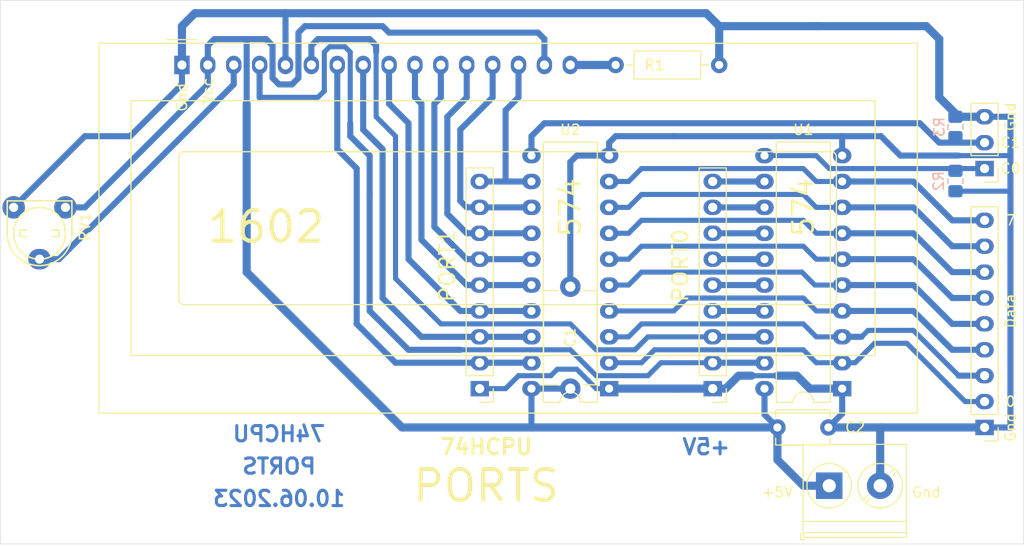
<source format=kicad_pcb>
(kicad_pcb (version 20171130) (host pcbnew "(5.1.8)-1")

  (general
    (thickness 1.6)
    (drawings 26)
    (tracks 265)
    (zones 0)
    (modules 22)
    (nets 31)
  )

  (page A4 portrait)
  (layers
    (0 F.Cu signal)
    (31 B.Cu signal)
    (32 B.Adhes user)
    (33 F.Adhes user)
    (34 B.Paste user)
    (35 F.Paste user)
    (36 B.SilkS user)
    (37 F.SilkS user)
    (38 B.Mask user)
    (39 F.Mask user)
    (40 Dwgs.User user)
    (41 Cmts.User user)
    (42 Eco1.User user)
    (43 Eco2.User user)
    (44 Edge.Cuts user)
    (45 Margin user)
    (46 B.CrtYd user)
    (47 F.CrtYd user)
    (48 B.Fab user)
    (49 F.Fab user)
  )

  (setup
    (last_trace_width 0.8)
    (user_trace_width 0.5)
    (user_trace_width 0.6)
    (user_trace_width 0.8)
    (trace_clearance 0.2)
    (zone_clearance 0.508)
    (zone_45_only no)
    (trace_min 0.2)
    (via_size 0.8)
    (via_drill 0.4)
    (via_min_size 0.4)
    (via_min_drill 0.3)
    (user_via 1.5 0.5)
    (uvia_size 0.3)
    (uvia_drill 0.1)
    (uvias_allowed no)
    (uvia_min_size 0.2)
    (uvia_min_drill 0.1)
    (edge_width 0.05)
    (segment_width 0.2)
    (pcb_text_width 0.3)
    (pcb_text_size 1.5 1.5)
    (mod_edge_width 0.12)
    (mod_text_size 1 1)
    (mod_text_width 0.15)
    (pad_size 1.524 1.524)
    (pad_drill 0.762)
    (pad_to_mask_clearance 0)
    (aux_axis_origin 0 0)
    (visible_elements 7FFFFFFF)
    (pcbplotparams
      (layerselection 0x010f0_ffffffff)
      (usegerberextensions false)
      (usegerberattributes true)
      (usegerberadvancedattributes true)
      (creategerberjobfile false)
      (excludeedgelayer true)
      (linewidth 0.100000)
      (plotframeref false)
      (viasonmask false)
      (mode 1)
      (useauxorigin false)
      (hpglpennumber 1)
      (hpglpenspeed 20)
      (hpglpendiameter 15.000000)
      (psnegative false)
      (psa4output false)
      (plotreference true)
      (plotvalue true)
      (plotinvisibletext false)
      (padsonsilk false)
      (subtractmaskfromsilk false)
      (outputformat 1)
      (mirror false)
      (drillshape 0)
      (scaleselection 1)
      (outputdirectory "gerber/"))
  )

  (net 0 "")
  (net 1 VCC)
  (net 2 GND)
  (net 3 "Net-(DS1-Pad16)")
  (net 4 /P0.7)
  (net 5 /P0.6)
  (net 6 /P0.5)
  (net 7 /P0.4)
  (net 8 /P0.3)
  (net 9 /P0.2)
  (net 10 /P0.1)
  (net 11 /P0.0)
  (net 12 /P1.0)
  (net 13 /P1.1)
  (net 14 "Net-(DS1-Pad3)")
  (net 15 /D0)
  (net 16 /D1)
  (net 17 /D2)
  (net 18 /D3)
  (net 19 /D4)
  (net 20 /D5)
  (net 21 /D6)
  (net 22 /D7)
  (net 23 /P1.2)
  (net 24 /P1.3)
  (net 25 /P1.4)
  (net 26 /P1.5)
  (net 27 /P1.6)
  (net 28 /P1.7)
  (net 29 /C0)
  (net 30 /C1)

  (net_class Default "This is the default net class."
    (clearance 0.2)
    (trace_width 0.25)
    (via_dia 0.8)
    (via_drill 0.4)
    (uvia_dia 0.3)
    (uvia_drill 0.1)
    (add_net /C0)
    (add_net /C1)
    (add_net /D0)
    (add_net /D1)
    (add_net /D2)
    (add_net /D3)
    (add_net /D4)
    (add_net /D5)
    (add_net /D6)
    (add_net /D7)
    (add_net /P0.0)
    (add_net /P0.1)
    (add_net /P0.2)
    (add_net /P0.3)
    (add_net /P0.4)
    (add_net /P0.5)
    (add_net /P0.6)
    (add_net /P0.7)
    (add_net /P1.0)
    (add_net /P1.1)
    (add_net /P1.2)
    (add_net /P1.3)
    (add_net /P1.4)
    (add_net /P1.5)
    (add_net /P1.6)
    (add_net /P1.7)
    (add_net GND)
    (add_net "Net-(DS1-Pad16)")
    (add_net "Net-(DS1-Pad3)")
    (add_net VCC)
  )

  (module Capacitor_THT:C_Disc_D9.0mm_W5.0mm_P10.00mm (layer F.Cu) (tedit 5AE50EF0) (tstamp 63656C57)
    (at 96.52 68.58 90)
    (descr "C, Disc series, Radial, pin pitch=10.00mm, , diameter*width=9*5.0mm^2, Capacitor, http://www.vishay.com/docs/28535/vy2series.pdf")
    (tags "C Disc series Radial pin pitch 10.00mm  diameter 9mm width 5.0mm Capacitor")
    (path /63671123)
    (fp_text reference C1 (at 5 0 90) (layer F.SilkS)
      (effects (font (size 1 1) (thickness 0.15)))
    )
    (fp_text value 0.1uF (at 5 3.75 90) (layer F.Fab)
      (effects (font (size 1 1) (thickness 0.15)))
    )
    (fp_line (start 0.5 -2.5) (end 0.5 2.5) (layer F.Fab) (width 0.1))
    (fp_line (start 0.5 2.5) (end 9.5 2.5) (layer F.Fab) (width 0.1))
    (fp_line (start 9.5 2.5) (end 9.5 -2.5) (layer F.Fab) (width 0.1))
    (fp_line (start 9.5 -2.5) (end 0.5 -2.5) (layer F.Fab) (width 0.1))
    (fp_line (start 0.38 -2.62) (end 9.62 -2.62) (layer F.SilkS) (width 0.12))
    (fp_line (start 0.38 2.62) (end 9.62 2.62) (layer F.SilkS) (width 0.12))
    (fp_line (start 0.38 -2.62) (end 0.38 -1.256) (layer F.SilkS) (width 0.12))
    (fp_line (start 0.38 1.256) (end 0.38 2.62) (layer F.SilkS) (width 0.12))
    (fp_line (start 9.62 -2.62) (end 9.62 -1.256) (layer F.SilkS) (width 0.12))
    (fp_line (start 9.62 1.256) (end 9.62 2.62) (layer F.SilkS) (width 0.12))
    (fp_line (start -1.25 -2.75) (end -1.25 2.75) (layer F.CrtYd) (width 0.05))
    (fp_line (start -1.25 2.75) (end 11.25 2.75) (layer F.CrtYd) (width 0.05))
    (fp_line (start 11.25 2.75) (end 11.25 -2.75) (layer F.CrtYd) (width 0.05))
    (fp_line (start 11.25 -2.75) (end -1.25 -2.75) (layer F.CrtYd) (width 0.05))
    (fp_text user %R (at 5 0 90) (layer F.Fab)
      (effects (font (size 1 1) (thickness 0.15)))
    )
    (pad 2 thru_hole circle (at 10 0 90) (size 2 2) (drill 1) (layers *.Cu *.Mask)
      (net 2 GND))
    (pad 1 thru_hole circle (at 0 0 90) (size 2 2) (drill 1) (layers *.Cu *.Mask)
      (net 1 VCC))
    (model ${KISYS3DMOD}/Capacitor_THT.3dshapes/C_Disc_D9.0mm_W5.0mm_P10.00mm.wrl
      (at (xyz 0 0 0))
      (scale (xyz 1 1 1))
      (rotate (xyz 0 0 0))
    )
  )

  (module Resistor_SMD:R_0805_2012Metric_Pad1.20x1.40mm_HandSolder (layer B.Cu) (tedit 5F68FEEE) (tstamp 6365C3E7)
    (at 134.3025 42.91 90)
    (descr "Resistor SMD 0805 (2012 Metric), square (rectangular) end terminal, IPC_7351 nominal with elongated pad for handsoldering. (Body size source: IPC-SM-782 page 72, https://www.pcb-3d.com/wordpress/wp-content/uploads/ipc-sm-782a_amendment_1_and_2.pdf), generated with kicad-footprint-generator")
    (tags "resistor handsolder")
    (path /636FBBF6)
    (attr smd)
    (fp_text reference R3 (at 0 -1.5875 90) (layer B.SilkS)
      (effects (font (size 1 1) (thickness 0.15)) (justify mirror))
    )
    (fp_text value 10k (at 0 -1.65 90) (layer B.Fab)
      (effects (font (size 1 1) (thickness 0.15)) (justify mirror))
    )
    (fp_line (start 1.85 -0.95) (end -1.85 -0.95) (layer B.CrtYd) (width 0.05))
    (fp_line (start 1.85 0.95) (end 1.85 -0.95) (layer B.CrtYd) (width 0.05))
    (fp_line (start -1.85 0.95) (end 1.85 0.95) (layer B.CrtYd) (width 0.05))
    (fp_line (start -1.85 -0.95) (end -1.85 0.95) (layer B.CrtYd) (width 0.05))
    (fp_line (start -0.227064 -0.735) (end 0.227064 -0.735) (layer B.SilkS) (width 0.12))
    (fp_line (start -0.227064 0.735) (end 0.227064 0.735) (layer B.SilkS) (width 0.12))
    (fp_line (start 1 -0.625) (end -1 -0.625) (layer B.Fab) (width 0.1))
    (fp_line (start 1 0.625) (end 1 -0.625) (layer B.Fab) (width 0.1))
    (fp_line (start -1 0.625) (end 1 0.625) (layer B.Fab) (width 0.1))
    (fp_line (start -1 -0.625) (end -1 0.625) (layer B.Fab) (width 0.1))
    (fp_text user %R (at 0 0 90) (layer B.Fab)
      (effects (font (size 0.5 0.5) (thickness 0.08)) (justify mirror))
    )
    (pad 2 smd roundrect (at 1 0 90) (size 1.2 1.4) (layers B.Cu B.Paste B.Mask) (roundrect_rratio 0.2083325)
      (net 2 GND))
    (pad 1 smd roundrect (at -1 0 90) (size 1.2 1.4) (layers B.Cu B.Paste B.Mask) (roundrect_rratio 0.2083325)
      (net 30 /C1))
    (model ${KISYS3DMOD}/Resistor_SMD.3dshapes/R_0805_2012Metric.wrl
      (at (xyz 0 0 0))
      (scale (xyz 1 1 1))
      (rotate (xyz 0 0 0))
    )
  )

  (module Resistor_SMD:R_0805_2012Metric_Pad1.20x1.40mm_HandSolder (layer B.Cu) (tedit 5F68FEEE) (tstamp 6365C3D6)
    (at 134.3025 48.2125 270)
    (descr "Resistor SMD 0805 (2012 Metric), square (rectangular) end terminal, IPC_7351 nominal with elongated pad for handsoldering. (Body size source: IPC-SM-782 page 72, https://www.pcb-3d.com/wordpress/wp-content/uploads/ipc-sm-782a_amendment_1_and_2.pdf), generated with kicad-footprint-generator")
    (tags "resistor handsolder")
    (path /636F851F)
    (attr smd)
    (fp_text reference R2 (at 0 1.65 90) (layer B.SilkS)
      (effects (font (size 1 1) (thickness 0.15)) (justify mirror))
    )
    (fp_text value 10k (at 0 -1.65 90) (layer B.Fab)
      (effects (font (size 1 1) (thickness 0.15)) (justify mirror))
    )
    (fp_line (start 1.85 -0.95) (end -1.85 -0.95) (layer B.CrtYd) (width 0.05))
    (fp_line (start 1.85 0.95) (end 1.85 -0.95) (layer B.CrtYd) (width 0.05))
    (fp_line (start -1.85 0.95) (end 1.85 0.95) (layer B.CrtYd) (width 0.05))
    (fp_line (start -1.85 -0.95) (end -1.85 0.95) (layer B.CrtYd) (width 0.05))
    (fp_line (start -0.227064 -0.735) (end 0.227064 -0.735) (layer B.SilkS) (width 0.12))
    (fp_line (start -0.227064 0.735) (end 0.227064 0.735) (layer B.SilkS) (width 0.12))
    (fp_line (start 1 -0.625) (end -1 -0.625) (layer B.Fab) (width 0.1))
    (fp_line (start 1 0.625) (end 1 -0.625) (layer B.Fab) (width 0.1))
    (fp_line (start -1 0.625) (end 1 0.625) (layer B.Fab) (width 0.1))
    (fp_line (start -1 -0.625) (end -1 0.625) (layer B.Fab) (width 0.1))
    (fp_text user %R (at 0 0 90) (layer B.Fab)
      (effects (font (size 0.5 0.5) (thickness 0.08)) (justify mirror))
    )
    (pad 2 smd roundrect (at 1 0 270) (size 1.2 1.4) (layers B.Cu B.Paste B.Mask) (roundrect_rratio 0.2083325)
      (net 2 GND))
    (pad 1 smd roundrect (at -1 0 270) (size 1.2 1.4) (layers B.Cu B.Paste B.Mask) (roundrect_rratio 0.2083325)
      (net 29 /C0))
    (model ${KISYS3DMOD}/Resistor_SMD.3dshapes/R_0805_2012Metric.wrl
      (at (xyz 0 0 0))
      (scale (xyz 1 1 1))
      (rotate (xyz 0 0 0))
    )
  )

  (module MountingHole:MountingHole_3.2mm_M3 (layer F.Cu) (tedit 56D1B4CB) (tstamp 6365A671)
    (at 128.016 68.326)
    (descr "Mounting Hole 3.2mm, no annular, M3")
    (tags "mounting hole 3.2mm no annular m3")
    (path /636AD64C)
    (attr virtual)
    (fp_text reference H8 (at 0 -4.2) (layer F.SilkS) hide
      (effects (font (size 1 1) (thickness 0.15)))
    )
    (fp_text value MountingHole (at 0 4.2) (layer F.Fab)
      (effects (font (size 1 1) (thickness 0.15)))
    )
    (fp_circle (center 0 0) (end 3.2 0) (layer Cmts.User) (width 0.15))
    (fp_circle (center 0 0) (end 3.45 0) (layer F.CrtYd) (width 0.05))
    (fp_text user %R (at 0.3 0) (layer F.Fab)
      (effects (font (size 1 1) (thickness 0.15)))
    )
    (pad 1 np_thru_hole circle (at 0 0) (size 3.2 3.2) (drill 3.2) (layers *.Cu *.Mask))
  )

  (module MountingHole:MountingHole_3.2mm_M3 (layer F.Cu) (tedit 56D1B4CB) (tstamp 6365A669)
    (at 128.016 37.338)
    (descr "Mounting Hole 3.2mm, no annular, M3")
    (tags "mounting hole 3.2mm no annular m3")
    (path /636AD646)
    (attr virtual)
    (fp_text reference H7 (at 0 -4.2) (layer F.SilkS) hide
      (effects (font (size 1 1) (thickness 0.15)))
    )
    (fp_text value MountingHole (at 0 4.2) (layer F.Fab)
      (effects (font (size 1 1) (thickness 0.15)))
    )
    (fp_circle (center 0 0) (end 3.2 0) (layer Cmts.User) (width 0.15))
    (fp_circle (center 0 0) (end 3.45 0) (layer F.CrtYd) (width 0.05))
    (fp_text user %R (at 0.3 0) (layer F.Fab)
      (effects (font (size 1 1) (thickness 0.15)))
    )
    (pad 1 np_thru_hole circle (at 0 0) (size 3.2 3.2) (drill 3.2) (layers *.Cu *.Mask))
  )

  (module MountingHole:MountingHole_3.2mm_M3 (layer F.Cu) (tedit 56D1B4CB) (tstamp 6365A661)
    (at 52.832 68.326)
    (descr "Mounting Hole 3.2mm, no annular, M3")
    (tags "mounting hole 3.2mm no annular m3")
    (path /636AD640)
    (attr virtual)
    (fp_text reference H6 (at 0 -4.2) (layer F.SilkS) hide
      (effects (font (size 1 1) (thickness 0.15)))
    )
    (fp_text value MountingHole (at 0 4.2) (layer F.Fab)
      (effects (font (size 1 1) (thickness 0.15)))
    )
    (fp_circle (center 0 0) (end 3.2 0) (layer Cmts.User) (width 0.15))
    (fp_circle (center 0 0) (end 3.45 0) (layer F.CrtYd) (width 0.05))
    (fp_text user %R (at 0.3 0) (layer F.Fab)
      (effects (font (size 1 1) (thickness 0.15)))
    )
    (pad 1 np_thru_hole circle (at 0 0) (size 3.2 3.2) (drill 3.2) (layers *.Cu *.Mask))
  )

  (module MountingHole:MountingHole_3.2mm_M3 (layer F.Cu) (tedit 56D1B4CB) (tstamp 6365A659)
    (at 52.832 37.338)
    (descr "Mounting Hole 3.2mm, no annular, M3")
    (tags "mounting hole 3.2mm no annular m3")
    (path /636AD63A)
    (attr virtual)
    (fp_text reference H5 (at 0 -4.2) (layer F.SilkS) hide
      (effects (font (size 1 1) (thickness 0.15)))
    )
    (fp_text value MountingHole (at 0 4.2) (layer F.Fab)
      (effects (font (size 1 1) (thickness 0.15)))
    )
    (fp_circle (center 0 0) (end 3.2 0) (layer Cmts.User) (width 0.15))
    (fp_circle (center 0 0) (end 3.45 0) (layer F.CrtYd) (width 0.05))
    (fp_text user %R (at 0.3 0) (layer F.Fab)
      (effects (font (size 1 1) (thickness 0.15)))
    )
    (pad 1 np_thru_hole circle (at 0 0) (size 3.2 3.2) (drill 3.2) (layers *.Cu *.Mask))
  )

  (module Connector_PinHeader_2.54mm:PinHeader_1x03_P2.54mm_Vertical (layer F.Cu) (tedit 59FED5CC) (tstamp 63659B00)
    (at 137.16 46.99 180)
    (descr "Through hole straight pin header, 1x03, 2.54mm pitch, single row")
    (tags "Through hole pin header THT 1x03 2.54mm single row")
    (path /63697BC0)
    (fp_text reference J5 (at 0 -2.33) (layer F.SilkS) hide
      (effects (font (size 1 1) (thickness 0.15)))
    )
    (fp_text value Conn_01x03_Male (at 3.81 1.27 90) (layer F.Fab)
      (effects (font (size 1 1) (thickness 0.15)))
    )
    (fp_line (start 1.8 -1.8) (end -1.8 -1.8) (layer F.CrtYd) (width 0.05))
    (fp_line (start 1.8 6.85) (end 1.8 -1.8) (layer F.CrtYd) (width 0.05))
    (fp_line (start -1.8 6.85) (end 1.8 6.85) (layer F.CrtYd) (width 0.05))
    (fp_line (start -1.8 -1.8) (end -1.8 6.85) (layer F.CrtYd) (width 0.05))
    (fp_line (start -1.33 -1.33) (end 0 -1.33) (layer F.SilkS) (width 0.12))
    (fp_line (start -1.33 0) (end -1.33 -1.33) (layer F.SilkS) (width 0.12))
    (fp_line (start -1.33 1.27) (end 1.33 1.27) (layer F.SilkS) (width 0.12))
    (fp_line (start 1.33 1.27) (end 1.33 6.41) (layer F.SilkS) (width 0.12))
    (fp_line (start -1.33 1.27) (end -1.33 6.41) (layer F.SilkS) (width 0.12))
    (fp_line (start -1.33 6.41) (end 1.33 6.41) (layer F.SilkS) (width 0.12))
    (fp_line (start -1.27 -0.635) (end -0.635 -1.27) (layer F.Fab) (width 0.1))
    (fp_line (start -1.27 6.35) (end -1.27 -0.635) (layer F.Fab) (width 0.1))
    (fp_line (start 1.27 6.35) (end -1.27 6.35) (layer F.Fab) (width 0.1))
    (fp_line (start 1.27 -1.27) (end 1.27 6.35) (layer F.Fab) (width 0.1))
    (fp_line (start -0.635 -1.27) (end 1.27 -1.27) (layer F.Fab) (width 0.1))
    (fp_text user %R (at 0 2.54 90) (layer F.Fab)
      (effects (font (size 1 1) (thickness 0.15)))
    )
    (pad 3 thru_hole oval (at 0 5.08 180) (size 1.8 1.5) (drill 0.9) (layers *.Cu *.Mask)
      (net 2 GND))
    (pad 2 thru_hole oval (at 0 2.54 180) (size 1.8 1.5) (drill 0.9) (layers *.Cu *.Mask)
      (net 30 /C1))
    (pad 1 thru_hole rect (at 0 0 180) (size 1.8 1.5) (drill 0.9) (layers *.Cu *.Mask)
      (net 29 /C0))
    (model ${KISYS3DMOD}/Connector_PinHeader_2.54mm.3dshapes/PinHeader_1x03_P2.54mm_Vertical.wrl
      (at (xyz 0 0 0))
      (scale (xyz 1 1 1))
      (rotate (xyz 0 0 0))
    )
  )

  (module Capacitor_THT:C_Disc_D5.1mm_W3.2mm_P5.00mm (layer F.Cu) (tedit 5AE50EF0) (tstamp 63657FFE)
    (at 116.84 72.39)
    (descr "C, Disc series, Radial, pin pitch=5.00mm, , diameter*width=5.1*3.2mm^2, Capacitor, http://www.vishay.com/docs/45233/krseries.pdf")
    (tags "C Disc series Radial pin pitch 5.00mm  diameter 5.1mm width 3.2mm Capacitor")
    (path /63673D36)
    (fp_text reference C2 (at 7.62 0) (layer F.SilkS)
      (effects (font (size 1 1) (thickness 0.15)))
    )
    (fp_text value 0.1uF (at 2.5 2.85) (layer F.Fab)
      (effects (font (size 1 1) (thickness 0.15)))
    )
    (fp_line (start 6.05 -1.85) (end -1.05 -1.85) (layer F.CrtYd) (width 0.05))
    (fp_line (start 6.05 1.85) (end 6.05 -1.85) (layer F.CrtYd) (width 0.05))
    (fp_line (start -1.05 1.85) (end 6.05 1.85) (layer F.CrtYd) (width 0.05))
    (fp_line (start -1.05 -1.85) (end -1.05 1.85) (layer F.CrtYd) (width 0.05))
    (fp_line (start 5.17 1.055) (end 5.17 1.721) (layer F.SilkS) (width 0.12))
    (fp_line (start 5.17 -1.721) (end 5.17 -1.055) (layer F.SilkS) (width 0.12))
    (fp_line (start -0.17 1.055) (end -0.17 1.721) (layer F.SilkS) (width 0.12))
    (fp_line (start -0.17 -1.721) (end -0.17 -1.055) (layer F.SilkS) (width 0.12))
    (fp_line (start -0.17 1.721) (end 5.17 1.721) (layer F.SilkS) (width 0.12))
    (fp_line (start -0.17 -1.721) (end 5.17 -1.721) (layer F.SilkS) (width 0.12))
    (fp_line (start 5.05 -1.6) (end -0.05 -1.6) (layer F.Fab) (width 0.1))
    (fp_line (start 5.05 1.6) (end 5.05 -1.6) (layer F.Fab) (width 0.1))
    (fp_line (start -0.05 1.6) (end 5.05 1.6) (layer F.Fab) (width 0.1))
    (fp_line (start -0.05 -1.6) (end -0.05 1.6) (layer F.Fab) (width 0.1))
    (fp_text user %R (at 2.5 0) (layer F.Fab)
      (effects (font (size 1 1) (thickness 0.15)))
    )
    (pad 2 thru_hole circle (at 5 0) (size 1.6 1.6) (drill 0.8) (layers *.Cu *.Mask)
      (net 2 GND))
    (pad 1 thru_hole circle (at 0 0) (size 1.6 1.6) (drill 0.8) (layers *.Cu *.Mask)
      (net 1 VCC))
    (model ${KISYS3DMOD}/Capacitor_THT.3dshapes/C_Disc_D5.1mm_W3.2mm_P5.00mm.wrl
      (at (xyz 0 0 0))
      (scale (xyz 1 1 1))
      (rotate (xyz 0 0 0))
    )
  )

  (module MountingHole:MountingHole_3.2mm_M3 (layer F.Cu) (tedit 56D1B4CB) (tstamp 636576C0)
    (at 137.16 78.74)
    (descr "Mounting Hole 3.2mm, no annular, M3")
    (tags "mounting hole 3.2mm no annular m3")
    (path /6367D26C)
    (attr virtual)
    (fp_text reference H4 (at -4.445 0) (layer F.SilkS) hide
      (effects (font (size 1 1) (thickness 0.15)))
    )
    (fp_text value MountingHole (at -1.27 4.2) (layer F.Fab)
      (effects (font (size 1 1) (thickness 0.15)))
    )
    (fp_circle (center 0 0) (end 3.2 0) (layer Cmts.User) (width 0.15))
    (fp_circle (center 0 0) (end 3.45 0) (layer F.CrtYd) (width 0.05))
    (fp_text user %R (at 0.3 0) (layer F.Fab)
      (effects (font (size 1 1) (thickness 0.15)))
    )
    (pad 1 np_thru_hole circle (at 0 0) (size 3.2 3.2) (drill 3.2) (layers *.Cu *.Mask))
  )

  (module MountingHole:MountingHole_3.2mm_M3 (layer F.Cu) (tedit 56D1B4CB) (tstamp 636576B8)
    (at 137.16 35.56)
    (descr "Mounting Hole 3.2mm, no annular, M3")
    (tags "mounting hole 3.2mm no annular m3")
    (path /6367C86D)
    (attr virtual)
    (fp_text reference H3 (at 0 -4.2) (layer F.SilkS) hide
      (effects (font (size 1 1) (thickness 0.15)))
    )
    (fp_text value MountingHole (at -3.81 -3.81) (layer F.Fab)
      (effects (font (size 1 1) (thickness 0.15)))
    )
    (fp_circle (center 0 0) (end 3.2 0) (layer Cmts.User) (width 0.15))
    (fp_circle (center 0 0) (end 3.45 0) (layer F.CrtYd) (width 0.05))
    (fp_text user %R (at 0.3 0) (layer F.Fab)
      (effects (font (size 1 1) (thickness 0.15)))
    )
    (pad 1 np_thru_hole circle (at 0 0) (size 3.2 3.2) (drill 3.2) (layers *.Cu *.Mask))
  )

  (module MountingHole:MountingHole_3.2mm_M3 (layer F.Cu) (tedit 56D1B4CB) (tstamp 636576B0)
    (at 44.45 78.74)
    (descr "Mounting Hole 3.2mm, no annular, M3")
    (tags "mounting hole 3.2mm no annular m3")
    (path /6367C643)
    (attr virtual)
    (fp_text reference H2 (at 0 -4.2) (layer F.SilkS) hide
      (effects (font (size 1 1) (thickness 0.15)))
    )
    (fp_text value MountingHole (at 1.27 4.2) (layer F.Fab)
      (effects (font (size 1 1) (thickness 0.15)))
    )
    (fp_circle (center 0 0) (end 3.2 0) (layer Cmts.User) (width 0.15))
    (fp_circle (center 0 0) (end 3.45 0) (layer F.CrtYd) (width 0.05))
    (fp_text user %R (at 0.3 0) (layer F.Fab)
      (effects (font (size 1 1) (thickness 0.15)))
    )
    (pad 1 np_thru_hole circle (at 0 0) (size 3.2 3.2) (drill 3.2) (layers *.Cu *.Mask))
  )

  (module MountingHole:MountingHole_3.2mm_M3 (layer F.Cu) (tedit 56D1B4CB) (tstamp 636576A8)
    (at 44.45 35.56)
    (descr "Mounting Hole 3.2mm, no annular, M3")
    (tags "mounting hole 3.2mm no annular m3")
    (path /6367BDD2)
    (attr virtual)
    (fp_text reference H1 (at 0 -4.2) (layer F.SilkS) hide
      (effects (font (size 1 1) (thickness 0.15)))
    )
    (fp_text value MountingHole (at 2.54 -3.81) (layer F.Fab)
      (effects (font (size 1 1) (thickness 0.15)))
    )
    (fp_circle (center 0 0) (end 3.2 0) (layer Cmts.User) (width 0.15))
    (fp_circle (center 0 0) (end 3.45 0) (layer F.CrtYd) (width 0.05))
    (fp_text user %R (at 0.3 0) (layer F.Fab)
      (effects (font (size 1 1) (thickness 0.15)))
    )
    (pad 1 np_thru_hole circle (at 0 0) (size 3.2 3.2) (drill 3.2) (layers *.Cu *.Mask))
  )

  (module CommonLibrary:WH1602-2-holes (layer F.Cu) (tedit 60CF30D6) (tstamp 6365AB52)
    (at 58.42 36.83)
    (descr "LCD 16x2 http://www.wincomlcd.com/pdf/WC1602A-SFYLYHTC06.pdf")
    (tags "LCD 16x2 Alphanumeric 16pin")
    (path /63649F81)
    (fp_text reference DS1 (at -5.82 -3.302) (layer F.SilkS) hide
      (effects (font (size 1 1) (thickness 0.15)))
    )
    (fp_text value WC1602A (at -4.31 35.168) (layer F.Fab)
      (effects (font (size 1 1) (thickness 0.15)))
    )
    (fp_circle (center 69.549 31.496) (end 70.819 31.496) (layer F.SilkS) (width 0.15))
    (fp_circle (center -5.5 31.496) (end -4.23 31.496) (layer F.SilkS) (width 0.15))
    (fp_circle (center 69.549 0.508) (end 70.819 0.508) (layer F.SilkS) (width 0.15))
    (fp_circle (center -5.5 0.508) (end -4.23 0.508) (layer F.SilkS) (width 0.15))
    (fp_line (start -8.14 34.148) (end 72.14 34.148) (layer F.SilkS) (width 0.12))
    (fp_line (start 72.14 34.148) (end 72.14 -2.132) (layer F.SilkS) (width 0.12))
    (fp_line (start 72.14 -2.132) (end -7.34 -2.132) (layer F.SilkS) (width 0.12))
    (fp_line (start -8.14 -2.132) (end -8.14 34.148) (layer F.SilkS) (width 0.12))
    (fp_line (start -8.13 -2.132) (end -7.34 -2.132) (layer F.SilkS) (width 0.12))
    (fp_line (start -8.25 -2.242) (end -8.25 34.258) (layer F.CrtYd) (width 0.05))
    (fp_line (start -8.25 34.258) (end 72.25 34.258) (layer F.CrtYd) (width 0.05))
    (fp_line (start 72.25 -2.242) (end 72.25 34.258) (layer F.CrtYd) (width 0.05))
    (fp_line (start -1.5 -2.492) (end 1.5 -2.492) (layer F.SilkS) (width 0.12))
    (fp_line (start -8.25 -2.242) (end 72.25 -2.242) (layer F.CrtYd) (width 0.05))
    (fp_line (start 1 -1.992) (end 0 -0.992) (layer F.Fab) (width 0.1))
    (fp_line (start 0 -0.992) (end -1 -1.992) (layer F.Fab) (width 0.1))
    (fp_line (start -1 -1.992) (end -8 -1.992) (layer F.Fab) (width 0.1))
    (fp_line (start 0.2 8.508) (end 63.7 8.508) (layer F.SilkS) (width 0.12))
    (fp_line (start -0.29972 23.00732) (end -0.29972 9.008) (layer F.SilkS) (width 0.12))
    (fp_line (start 63.70066 23.508) (end 0.2 23.508) (layer F.SilkS) (width 0.12))
    (fp_line (start 64.2 9.008) (end 64.2 23.008) (layer F.SilkS) (width 0.12))
    (fp_line (start -5 3.508) (end 68 3.508) (layer F.SilkS) (width 0.12))
    (fp_line (start 68 3.508) (end 68 28.508) (layer F.SilkS) (width 0.12))
    (fp_line (start 68 28.508) (end -5 28.508) (layer F.SilkS) (width 0.12))
    (fp_line (start -5 28.508) (end -5 3.508) (layer F.SilkS) (width 0.12))
    (fp_line (start 1 -1.992) (end 72 -1.992) (layer F.Fab) (width 0.1))
    (fp_line (start 72 -1.992) (end 72 34.008) (layer F.Fab) (width 0.1))
    (fp_line (start 72 34.008) (end -8 34.008) (layer F.Fab) (width 0.1))
    (fp_line (start -8 34.008) (end -8 -1.992) (layer F.Fab) (width 0.1))
    (fp_arc (start 0.20066 9.00684) (end -0.29972 9.00684) (angle 90) (layer F.SilkS) (width 0.12))
    (fp_arc (start 0.20066 23.00732) (end 0.20066 23.5077) (angle 90) (layer F.SilkS) (width 0.12))
    (fp_arc (start 63.70066 23.00732) (end 64.20104 23.00732) (angle 90) (layer F.SilkS) (width 0.12))
    (fp_arc (start 63.7 9.008) (end 63.7 8.508) (angle 90) (layer F.SilkS) (width 0.12))
    (fp_text user %R (at 30.37 15.248) (layer F.Fab)
      (effects (font (size 1 1) (thickness 0.1)))
    )
    (pad 16 thru_hole oval (at 38.1 0) (size 1.5 1.8) (drill 0.9) (layers *.Cu *.Mask)
      (net 3 "Net-(DS1-Pad16)"))
    (pad 15 thru_hole oval (at 35.56 0) (size 1.5 1.8) (drill 0.9) (layers *.Cu *.Mask)
      (net 1 VCC))
    (pad 14 thru_hole oval (at 33.02 0) (size 1.5 1.8) (drill 0.9) (layers *.Cu *.Mask)
      (net 28 /P1.7))
    (pad 13 thru_hole oval (at 30.48 0) (size 1.5 1.8) (drill 0.9) (layers *.Cu *.Mask)
      (net 27 /P1.6))
    (pad 12 thru_hole oval (at 27.94 0) (size 1.5 1.8) (drill 0.9) (layers *.Cu *.Mask)
      (net 26 /P1.5))
    (pad 11 thru_hole oval (at 25.4 0) (size 1.5 1.8) (drill 0.9) (layers *.Cu *.Mask)
      (net 25 /P1.4))
    (pad 10 thru_hole oval (at 22.86 0) (size 1.5 1.8) (drill 0.9) (layers *.Cu *.Mask)
      (net 24 /P1.3))
    (pad 9 thru_hole oval (at 20.32 0) (size 1.5 1.8) (drill 0.9) (layers *.Cu *.Mask)
      (net 23 /P1.2))
    (pad 8 thru_hole oval (at 17.78 0) (size 1.5 1.8) (drill 0.9) (layers *.Cu *.Mask)
      (net 13 /P1.1))
    (pad 7 thru_hole oval (at 15.24 0) (size 1.5 1.8) (drill 0.9) (layers *.Cu *.Mask)
      (net 12 /P1.0))
    (pad 6 thru_hole oval (at 12.7 0) (size 1.5 1.8) (drill 0.9) (layers *.Cu *.Mask)
      (net 10 /P0.1))
    (pad 5 thru_hole oval (at 10.16 0) (size 1.5 1.8) (drill 0.9) (layers *.Cu *.Mask)
      (net 2 GND))
    (pad 4 thru_hole oval (at 7.62 0) (size 1.5 1.8) (drill 0.9) (layers *.Cu *.Mask)
      (net 11 /P0.0))
    (pad 3 thru_hole oval (at 5.08 0) (size 1.5 1.8) (drill 0.9) (layers *.Cu *.Mask)
      (net 14 "Net-(DS1-Pad3)"))
    (pad 2 thru_hole oval (at 2.54 0) (size 1.5 1.8) (drill 0.9) (layers *.Cu *.Mask)
      (net 1 VCC))
    (pad 1 thru_hole rect (at 0 0) (size 1.5 1.8) (drill 0.9) (layers *.Cu *.Mask)
      (net 2 GND))
    (model ${KISYS3DMOD}/Display.3dshapes/WC1602A.wrl
      (at (xyz 0 0 0))
      (scale (xyz 1 1 1))
      (rotate (xyz 0 0 0))
    )
  )

  (module Connector_PinHeader_2.54mm:PinHeader_1x09_P2.54mm_Vertical (layer F.Cu) (tedit 59FED5CC) (tstamp 63656CBB)
    (at 137.16 72.39 180)
    (descr "Through hole straight pin header, 1x09, 2.54mm pitch, single row")
    (tags "Through hole pin header THT 1x09 2.54mm single row")
    (path /6362E5F3)
    (fp_text reference J1 (at 0 -2.33) (layer F.SilkS) hide
      (effects (font (size 1 1) (thickness 0.15)))
    )
    (fp_text value Conn_01x09_Male (at 2.54 13.97 90) (layer F.Fab)
      (effects (font (size 1 1) (thickness 0.15)))
    )
    (fp_line (start -0.635 -1.27) (end 1.27 -1.27) (layer F.Fab) (width 0.1))
    (fp_line (start 1.27 -1.27) (end 1.27 21.59) (layer F.Fab) (width 0.1))
    (fp_line (start 1.27 21.59) (end -1.27 21.59) (layer F.Fab) (width 0.1))
    (fp_line (start -1.27 21.59) (end -1.27 -0.635) (layer F.Fab) (width 0.1))
    (fp_line (start -1.27 -0.635) (end -0.635 -1.27) (layer F.Fab) (width 0.1))
    (fp_line (start -1.33 21.65) (end 1.33 21.65) (layer F.SilkS) (width 0.12))
    (fp_line (start -1.33 1.27) (end -1.33 21.65) (layer F.SilkS) (width 0.12))
    (fp_line (start 1.33 1.27) (end 1.33 21.65) (layer F.SilkS) (width 0.12))
    (fp_line (start -1.33 1.27) (end 1.33 1.27) (layer F.SilkS) (width 0.12))
    (fp_line (start -1.33 0) (end -1.33 -1.33) (layer F.SilkS) (width 0.12))
    (fp_line (start -1.33 -1.33) (end 0 -1.33) (layer F.SilkS) (width 0.12))
    (fp_line (start -1.8 -1.8) (end -1.8 22.1) (layer F.CrtYd) (width 0.05))
    (fp_line (start -1.8 22.1) (end 1.8 22.1) (layer F.CrtYd) (width 0.05))
    (fp_line (start 1.8 22.1) (end 1.8 -1.8) (layer F.CrtYd) (width 0.05))
    (fp_line (start 1.8 -1.8) (end -1.8 -1.8) (layer F.CrtYd) (width 0.05))
    (fp_text user %R (at 0 10.16 90) (layer F.Fab)
      (effects (font (size 1 1) (thickness 0.15)))
    )
    (pad 1 thru_hole rect (at 0 0 180) (size 1.8 1.5) (drill 0.9) (layers *.Cu *.Mask)
      (net 2 GND))
    (pad 2 thru_hole oval (at 0 2.54 180) (size 1.8 1.5) (drill 0.9) (layers *.Cu *.Mask)
      (net 15 /D0))
    (pad 3 thru_hole oval (at 0 5.08 180) (size 1.8 1.5) (drill 0.9) (layers *.Cu *.Mask)
      (net 16 /D1))
    (pad 4 thru_hole oval (at 0 7.62 180) (size 1.8 1.5) (drill 0.9) (layers *.Cu *.Mask)
      (net 17 /D2))
    (pad 5 thru_hole oval (at 0 10.16 180) (size 1.8 1.5) (drill 0.9) (layers *.Cu *.Mask)
      (net 18 /D3))
    (pad 6 thru_hole oval (at 0 12.7 180) (size 1.8 1.5) (drill 0.9) (layers *.Cu *.Mask)
      (net 19 /D4))
    (pad 7 thru_hole oval (at 0 15.24 180) (size 1.8 1.5) (drill 0.9) (layers *.Cu *.Mask)
      (net 20 /D5))
    (pad 8 thru_hole oval (at 0 17.78 180) (size 1.8 1.5) (drill 0.9) (layers *.Cu *.Mask)
      (net 21 /D6))
    (pad 9 thru_hole oval (at 0 20.32 180) (size 1.8 1.5) (drill 0.9) (layers *.Cu *.Mask)
      (net 22 /D7))
    (model ${KISYS3DMOD}/Connector_PinHeader_2.54mm.3dshapes/PinHeader_1x09_P2.54mm_Vertical.wrl
      (at (xyz 0 0 0))
      (scale (xyz 1 1 1))
      (rotate (xyz 0 0 0))
    )
  )

  (module Connector_PinHeader_2.54mm:PinHeader_1x09_P2.54mm_Vertical (layer F.Cu) (tedit 59FED5CC) (tstamp 63656CD8)
    (at 110.49 68.58 180)
    (descr "Through hole straight pin header, 1x09, 2.54mm pitch, single row")
    (tags "Through hole pin header THT 1x09 2.54mm single row")
    (path /6362F7B7)
    (fp_text reference J2 (at 0 -2.33) (layer F.SilkS) hide
      (effects (font (size 1 1) (thickness 0.15)))
    )
    (fp_text value Conn_01x09_Male (at 0 22.65) (layer F.Fab)
      (effects (font (size 1 1) (thickness 0.15)))
    )
    (fp_line (start 1.8 -1.8) (end -1.8 -1.8) (layer F.CrtYd) (width 0.05))
    (fp_line (start 1.8 22.1) (end 1.8 -1.8) (layer F.CrtYd) (width 0.05))
    (fp_line (start -1.8 22.1) (end 1.8 22.1) (layer F.CrtYd) (width 0.05))
    (fp_line (start -1.8 -1.8) (end -1.8 22.1) (layer F.CrtYd) (width 0.05))
    (fp_line (start -1.33 -1.33) (end 0 -1.33) (layer F.SilkS) (width 0.12))
    (fp_line (start -1.33 0) (end -1.33 -1.33) (layer F.SilkS) (width 0.12))
    (fp_line (start -1.33 1.27) (end 1.33 1.27) (layer F.SilkS) (width 0.12))
    (fp_line (start 1.33 1.27) (end 1.33 21.65) (layer F.SilkS) (width 0.12))
    (fp_line (start -1.33 1.27) (end -1.33 21.65) (layer F.SilkS) (width 0.12))
    (fp_line (start -1.33 21.65) (end 1.33 21.65) (layer F.SilkS) (width 0.12))
    (fp_line (start -1.27 -0.635) (end -0.635 -1.27) (layer F.Fab) (width 0.1))
    (fp_line (start -1.27 21.59) (end -1.27 -0.635) (layer F.Fab) (width 0.1))
    (fp_line (start 1.27 21.59) (end -1.27 21.59) (layer F.Fab) (width 0.1))
    (fp_line (start 1.27 -1.27) (end 1.27 21.59) (layer F.Fab) (width 0.1))
    (fp_line (start -0.635 -1.27) (end 1.27 -1.27) (layer F.Fab) (width 0.1))
    (fp_text user %R (at 0 10.16 90) (layer F.Fab)
      (effects (font (size 1 1) (thickness 0.15)))
    )
    (pad 9 thru_hole oval (at 0 20.32 180) (size 1.8 1.5) (drill 0.9) (layers *.Cu *.Mask)
      (net 4 /P0.7))
    (pad 8 thru_hole oval (at 0 17.78 180) (size 1.8 1.5) (drill 0.9) (layers *.Cu *.Mask)
      (net 5 /P0.6))
    (pad 7 thru_hole oval (at 0 15.24 180) (size 1.8 1.5) (drill 0.9) (layers *.Cu *.Mask)
      (net 6 /P0.5))
    (pad 6 thru_hole oval (at 0 12.7 180) (size 1.8 1.5) (drill 0.9) (layers *.Cu *.Mask)
      (net 7 /P0.4))
    (pad 5 thru_hole oval (at 0 10.16 180) (size 1.8 1.5) (drill 0.9) (layers *.Cu *.Mask)
      (net 8 /P0.3))
    (pad 4 thru_hole oval (at 0 7.62 180) (size 1.8 1.5) (drill 0.9) (layers *.Cu *.Mask)
      (net 9 /P0.2))
    (pad 3 thru_hole oval (at 0 5.08 180) (size 1.8 1.5) (drill 0.9) (layers *.Cu *.Mask)
      (net 10 /P0.1))
    (pad 2 thru_hole oval (at 0 2.54 180) (size 1.8 1.5) (drill 0.9) (layers *.Cu *.Mask)
      (net 11 /P0.0))
    (pad 1 thru_hole rect (at 0 0 180) (size 1.8 1.5) (drill 0.9) (layers *.Cu *.Mask)
      (net 2 GND))
    (model ${KISYS3DMOD}/Connector_PinHeader_2.54mm.3dshapes/PinHeader_1x09_P2.54mm_Vertical.wrl
      (at (xyz 0 0 0))
      (scale (xyz 1 1 1))
      (rotate (xyz 0 0 0))
    )
  )

  (module Connector_PinHeader_2.54mm:PinHeader_1x09_P2.54mm_Vertical (layer F.Cu) (tedit 59FED5CC) (tstamp 63656CF5)
    (at 87.63 68.58 180)
    (descr "Through hole straight pin header, 1x09, 2.54mm pitch, single row")
    (tags "Through hole pin header THT 1x09 2.54mm single row")
    (path /6363023D)
    (fp_text reference J3 (at 0 -2.33) (layer F.SilkS) hide
      (effects (font (size 1 1) (thickness 0.15)))
    )
    (fp_text value Conn_01x09_Male (at 0 22.65) (layer F.Fab)
      (effects (font (size 1 1) (thickness 0.15)))
    )
    (fp_line (start -0.635 -1.27) (end 1.27 -1.27) (layer F.Fab) (width 0.1))
    (fp_line (start 1.27 -1.27) (end 1.27 21.59) (layer F.Fab) (width 0.1))
    (fp_line (start 1.27 21.59) (end -1.27 21.59) (layer F.Fab) (width 0.1))
    (fp_line (start -1.27 21.59) (end -1.27 -0.635) (layer F.Fab) (width 0.1))
    (fp_line (start -1.27 -0.635) (end -0.635 -1.27) (layer F.Fab) (width 0.1))
    (fp_line (start -1.33 21.65) (end 1.33 21.65) (layer F.SilkS) (width 0.12))
    (fp_line (start -1.33 1.27) (end -1.33 21.65) (layer F.SilkS) (width 0.12))
    (fp_line (start 1.33 1.27) (end 1.33 21.65) (layer F.SilkS) (width 0.12))
    (fp_line (start -1.33 1.27) (end 1.33 1.27) (layer F.SilkS) (width 0.12))
    (fp_line (start -1.33 0) (end -1.33 -1.33) (layer F.SilkS) (width 0.12))
    (fp_line (start -1.33 -1.33) (end 0 -1.33) (layer F.SilkS) (width 0.12))
    (fp_line (start -1.8 -1.8) (end -1.8 22.1) (layer F.CrtYd) (width 0.05))
    (fp_line (start -1.8 22.1) (end 1.8 22.1) (layer F.CrtYd) (width 0.05))
    (fp_line (start 1.8 22.1) (end 1.8 -1.8) (layer F.CrtYd) (width 0.05))
    (fp_line (start 1.8 -1.8) (end -1.8 -1.8) (layer F.CrtYd) (width 0.05))
    (fp_text user %R (at 0 10.16 90) (layer F.Fab)
      (effects (font (size 1 1) (thickness 0.15)))
    )
    (pad 1 thru_hole rect (at 0 0 180) (size 1.8 1.5) (drill 0.9) (layers *.Cu *.Mask)
      (net 2 GND))
    (pad 2 thru_hole oval (at 0 2.54 180) (size 1.8 1.5) (drill 0.9) (layers *.Cu *.Mask)
      (net 12 /P1.0))
    (pad 3 thru_hole oval (at 0 5.08 180) (size 1.8 1.5) (drill 0.9) (layers *.Cu *.Mask)
      (net 13 /P1.1))
    (pad 4 thru_hole oval (at 0 7.62 180) (size 1.8 1.5) (drill 0.9) (layers *.Cu *.Mask)
      (net 23 /P1.2))
    (pad 5 thru_hole oval (at 0 10.16 180) (size 1.8 1.5) (drill 0.9) (layers *.Cu *.Mask)
      (net 24 /P1.3))
    (pad 6 thru_hole oval (at 0 12.7 180) (size 1.8 1.5) (drill 0.9) (layers *.Cu *.Mask)
      (net 25 /P1.4))
    (pad 7 thru_hole oval (at 0 15.24 180) (size 1.8 1.5) (drill 0.9) (layers *.Cu *.Mask)
      (net 26 /P1.5))
    (pad 8 thru_hole oval (at 0 17.78 180) (size 1.8 1.5) (drill 0.9) (layers *.Cu *.Mask)
      (net 27 /P1.6))
    (pad 9 thru_hole oval (at 0 20.32 180) (size 1.8 1.5) (drill 0.9) (layers *.Cu *.Mask)
      (net 28 /P1.7))
    (model ${KISYS3DMOD}/Connector_PinHeader_2.54mm.3dshapes/PinHeader_1x09_P2.54mm_Vertical.wrl
      (at (xyz 0 0 0))
      (scale (xyz 1 1 1))
      (rotate (xyz 0 0 0))
    )
  )

  (module TerminalBlock_Phoenix:TerminalBlock_Phoenix_PT-1,5-2-5.0-H_1x02_P5.00mm_Horizontal (layer F.Cu) (tedit 5B294F69) (tstamp 63656D1F)
    (at 121.92 78.105)
    (descr "Terminal Block Phoenix PT-1,5-2-5.0-H, 2 pins, pitch 5mm, size 10x9mm^2, drill diamater 1.3mm, pad diameter 2.6mm, see http://www.mouser.com/ds/2/324/ItemDetail_1935161-922578.pdf, script-generated using https://github.com/pointhi/kicad-footprint-generator/scripts/TerminalBlock_Phoenix")
    (tags "THT Terminal Block Phoenix PT-1,5-2-5.0-H pitch 5mm size 10x9mm^2 drill 1.3mm pad 2.6mm")
    (path /6365C12F)
    (fp_text reference J4 (at 2.5 -5.06) (layer F.SilkS) hide
      (effects (font (size 1 1) (thickness 0.15)))
    )
    (fp_text value Screw_Terminal_01x02 (at 2.54 5.08) (layer F.Fab)
      (effects (font (size 1 1) (thickness 0.15)))
    )
    (fp_circle (center 0 0) (end 2 0) (layer F.Fab) (width 0.1))
    (fp_circle (center 0 0) (end 2.18 0) (layer F.SilkS) (width 0.12))
    (fp_circle (center 5 0) (end 7 0) (layer F.Fab) (width 0.1))
    (fp_circle (center 5 0) (end 7.18 0) (layer F.SilkS) (width 0.12))
    (fp_line (start -2.5 -4) (end 7.5 -4) (layer F.Fab) (width 0.1))
    (fp_line (start 7.5 -4) (end 7.5 5) (layer F.Fab) (width 0.1))
    (fp_line (start 7.5 5) (end -2.1 5) (layer F.Fab) (width 0.1))
    (fp_line (start -2.1 5) (end -2.5 4.6) (layer F.Fab) (width 0.1))
    (fp_line (start -2.5 4.6) (end -2.5 -4) (layer F.Fab) (width 0.1))
    (fp_line (start -2.5 4.6) (end 7.5 4.6) (layer F.Fab) (width 0.1))
    (fp_line (start -2.56 4.6) (end 7.56 4.6) (layer F.SilkS) (width 0.12))
    (fp_line (start -2.5 3.5) (end 7.5 3.5) (layer F.Fab) (width 0.1))
    (fp_line (start -2.56 3.5) (end 7.56 3.5) (layer F.SilkS) (width 0.12))
    (fp_line (start -2.56 -4.06) (end 7.56 -4.06) (layer F.SilkS) (width 0.12))
    (fp_line (start -2.56 5.06) (end 7.56 5.06) (layer F.SilkS) (width 0.12))
    (fp_line (start -2.56 -4.06) (end -2.56 5.06) (layer F.SilkS) (width 0.12))
    (fp_line (start 7.56 -4.06) (end 7.56 5.06) (layer F.SilkS) (width 0.12))
    (fp_line (start 1.517 -1.273) (end -1.273 1.517) (layer F.Fab) (width 0.1))
    (fp_line (start 1.273 -1.517) (end -1.517 1.273) (layer F.Fab) (width 0.1))
    (fp_line (start 1.654 -1.388) (end 1.547 -1.281) (layer F.SilkS) (width 0.12))
    (fp_line (start -1.282 1.547) (end -1.388 1.654) (layer F.SilkS) (width 0.12))
    (fp_line (start 1.388 -1.654) (end 1.281 -1.547) (layer F.SilkS) (width 0.12))
    (fp_line (start -1.548 1.281) (end -1.654 1.388) (layer F.SilkS) (width 0.12))
    (fp_line (start 6.517 -1.273) (end 3.728 1.517) (layer F.Fab) (width 0.1))
    (fp_line (start 6.273 -1.517) (end 3.484 1.273) (layer F.Fab) (width 0.1))
    (fp_line (start 6.654 -1.388) (end 6.259 -0.992) (layer F.SilkS) (width 0.12))
    (fp_line (start 3.993 1.274) (end 3.613 1.654) (layer F.SilkS) (width 0.12))
    (fp_line (start 6.388 -1.654) (end 6.008 -1.274) (layer F.SilkS) (width 0.12))
    (fp_line (start 3.742 0.992) (end 3.347 1.388) (layer F.SilkS) (width 0.12))
    (fp_line (start -2.8 4.66) (end -2.8 5.3) (layer F.SilkS) (width 0.12))
    (fp_line (start -2.8 5.3) (end -2.4 5.3) (layer F.SilkS) (width 0.12))
    (fp_line (start -3 -4.5) (end -3 5.5) (layer F.CrtYd) (width 0.05))
    (fp_line (start -3 5.5) (end 8 5.5) (layer F.CrtYd) (width 0.05))
    (fp_line (start 8 5.5) (end 8 -4.5) (layer F.CrtYd) (width 0.05))
    (fp_line (start 8 -4.5) (end -3 -4.5) (layer F.CrtYd) (width 0.05))
    (fp_text user %R (at 2.5 2.9) (layer F.Fab)
      (effects (font (size 1 1) (thickness 0.15)))
    )
    (pad 1 thru_hole rect (at 0 0) (size 2.6 2.6) (drill 1.3) (layers *.Cu *.Mask)
      (net 1 VCC))
    (pad 2 thru_hole circle (at 5 0) (size 2.6 2.6) (drill 1.3) (layers *.Cu *.Mask)
      (net 2 GND))
    (model ${KISYS3DMOD}/TerminalBlock_Phoenix.3dshapes/TerminalBlock_Phoenix_PT-1,5-2-5.0-H_1x02_P5.00mm_Horizontal.wrl
      (at (xyz 0 0 0))
      (scale (xyz 1 1 1))
      (rotate (xyz 0 0 0))
    )
  )

  (module Resistor_THT:R_Axial_DIN0207_L6.3mm_D2.5mm_P10.16mm_Horizontal (layer F.Cu) (tedit 5AE5139B) (tstamp 63656D36)
    (at 100.965 36.83)
    (descr "Resistor, Axial_DIN0207 series, Axial, Horizontal, pin pitch=10.16mm, 0.25W = 1/4W, length*diameter=6.3*2.5mm^2, http://cdn-reichelt.de/documents/datenblatt/B400/1_4W%23YAG.pdf")
    (tags "Resistor Axial_DIN0207 series Axial Horizontal pin pitch 10.16mm 0.25W = 1/4W length 6.3mm diameter 2.5mm")
    (path /63651AC4)
    (fp_text reference R1 (at 3.81 0) (layer F.SilkS)
      (effects (font (size 1 1) (thickness 0.15)))
    )
    (fp_text value 20 (at 5.08 2.37) (layer F.Fab)
      (effects (font (size 1 1) (thickness 0.15)))
    )
    (fp_line (start 1.93 -1.25) (end 1.93 1.25) (layer F.Fab) (width 0.1))
    (fp_line (start 1.93 1.25) (end 8.23 1.25) (layer F.Fab) (width 0.1))
    (fp_line (start 8.23 1.25) (end 8.23 -1.25) (layer F.Fab) (width 0.1))
    (fp_line (start 8.23 -1.25) (end 1.93 -1.25) (layer F.Fab) (width 0.1))
    (fp_line (start 0 0) (end 1.93 0) (layer F.Fab) (width 0.1))
    (fp_line (start 10.16 0) (end 8.23 0) (layer F.Fab) (width 0.1))
    (fp_line (start 1.81 -1.37) (end 1.81 1.37) (layer F.SilkS) (width 0.12))
    (fp_line (start 1.81 1.37) (end 8.35 1.37) (layer F.SilkS) (width 0.12))
    (fp_line (start 8.35 1.37) (end 8.35 -1.37) (layer F.SilkS) (width 0.12))
    (fp_line (start 8.35 -1.37) (end 1.81 -1.37) (layer F.SilkS) (width 0.12))
    (fp_line (start 1.04 0) (end 1.81 0) (layer F.SilkS) (width 0.12))
    (fp_line (start 9.12 0) (end 8.35 0) (layer F.SilkS) (width 0.12))
    (fp_line (start -1.05 -1.5) (end -1.05 1.5) (layer F.CrtYd) (width 0.05))
    (fp_line (start -1.05 1.5) (end 11.21 1.5) (layer F.CrtYd) (width 0.05))
    (fp_line (start 11.21 1.5) (end 11.21 -1.5) (layer F.CrtYd) (width 0.05))
    (fp_line (start 11.21 -1.5) (end -1.05 -1.5) (layer F.CrtYd) (width 0.05))
    (fp_text user %R (at 5.08 0) (layer F.Fab)
      (effects (font (size 1 1) (thickness 0.15)))
    )
    (pad 1 thru_hole circle (at 0 0) (size 1.6 1.6) (drill 0.8) (layers *.Cu *.Mask)
      (net 3 "Net-(DS1-Pad16)"))
    (pad 2 thru_hole oval (at 10.16 0) (size 1.6 1.6) (drill 0.8) (layers *.Cu *.Mask)
      (net 2 GND))
    (model ${KISYS3DMOD}/Resistor_THT.3dshapes/R_Axial_DIN0207_L6.3mm_D2.5mm_P10.16mm_Horizontal.wrl
      (at (xyz 0 0 0))
      (scale (xyz 1 1 1))
      (rotate (xyz 0 0 0))
    )
  )

  (module CommonLibrary:pot-5x5 (layer F.Cu) (tedit 6117ADBA) (tstamp 63656D47)
    (at 44.45 53.34 90)
    (path /6366003D)
    (fp_text reference RV1 (at 0.635 4.445 90) (layer F.SilkS)
      (effects (font (size 1 1) (thickness 0.15)))
    )
    (fp_text value R_POT (at 0 -0.5 90) (layer F.Fab)
      (effects (font (size 1 1) (thickness 0.15)))
    )
    (fp_line (start -0.3175 1.905) (end -0.3175 -1.905) (layer F.SilkS) (width 0.15))
    (fp_line (start 0.3175 1.905) (end -0.3175 1.905) (layer F.SilkS) (width 0.15))
    (fp_line (start 0.3175 -1.905) (end 0.3175 1.905) (layer F.SilkS) (width 0.15))
    (fp_line (start -0.3175 -1.905) (end 0.3175 -1.905) (layer F.SilkS) (width 0.15))
    (fp_line (start 3.175 3.175) (end 0 3.175) (layer F.SilkS) (width 0.15))
    (fp_line (start 3.175 -3.175) (end 3.175 3.175) (layer F.SilkS) (width 0.15))
    (fp_line (start 0 -3.175) (end 3.175 -3.175) (layer F.SilkS) (width 0.15))
    (fp_circle (center 0 0) (end 0 -2.54) (layer F.SilkS) (width 0.15))
    (fp_arc (start 0 0) (end 0 -3.175) (angle -180) (layer F.SilkS) (width 0.15))
    (pad 2 thru_hole oval (at -2.54 0 90) (size 2 2.2) (drill 0.9) (layers *.Cu *.Mask)
      (net 14 "Net-(DS1-Pad3)"))
    (pad 1 thru_hole circle (at 2.54 2.54 90) (size 2.2 2.2) (drill 0.9) (layers *.Cu *.Mask)
      (net 1 VCC))
    (pad 3 thru_hole circle (at 2.54 -2.54 90) (size 2.2 2.2) (drill 0.9) (layers *.Cu *.Mask)
      (net 2 GND))
    (pad "" np_thru_hole circle (at 0 0 90) (size 2.5 2.5) (drill 2.5) (layers *.Cu *.Mask))
  )

  (module Package_DIP:DIP-20_W7.62mm (layer F.Cu) (tedit 5A02E8C5) (tstamp 63656D6F)
    (at 123.19 68.58 180)
    (descr "20-lead though-hole mounted DIP package, row spacing 7.62 mm (300 mils)")
    (tags "THT DIP DIL PDIP 2.54mm 7.62mm 300mil")
    (path /6362AD24)
    (fp_text reference U1 (at 3.81 25.4) (layer F.SilkS)
      (effects (font (size 1 1) (thickness 0.15)))
    )
    (fp_text value 74LS574 (at 3.81 25.19) (layer F.Fab)
      (effects (font (size 1 1) (thickness 0.15)))
    )
    (fp_line (start 1.635 -1.27) (end 6.985 -1.27) (layer F.Fab) (width 0.1))
    (fp_line (start 6.985 -1.27) (end 6.985 24.13) (layer F.Fab) (width 0.1))
    (fp_line (start 6.985 24.13) (end 0.635 24.13) (layer F.Fab) (width 0.1))
    (fp_line (start 0.635 24.13) (end 0.635 -0.27) (layer F.Fab) (width 0.1))
    (fp_line (start 0.635 -0.27) (end 1.635 -1.27) (layer F.Fab) (width 0.1))
    (fp_line (start 2.81 -1.33) (end 1.16 -1.33) (layer F.SilkS) (width 0.12))
    (fp_line (start 1.16 -1.33) (end 1.16 24.19) (layer F.SilkS) (width 0.12))
    (fp_line (start 1.16 24.19) (end 6.46 24.19) (layer F.SilkS) (width 0.12))
    (fp_line (start 6.46 24.19) (end 6.46 -1.33) (layer F.SilkS) (width 0.12))
    (fp_line (start 6.46 -1.33) (end 4.81 -1.33) (layer F.SilkS) (width 0.12))
    (fp_line (start -1.1 -1.55) (end -1.1 24.4) (layer F.CrtYd) (width 0.05))
    (fp_line (start -1.1 24.4) (end 8.7 24.4) (layer F.CrtYd) (width 0.05))
    (fp_line (start 8.7 24.4) (end 8.7 -1.55) (layer F.CrtYd) (width 0.05))
    (fp_line (start 8.7 -1.55) (end -1.1 -1.55) (layer F.CrtYd) (width 0.05))
    (fp_arc (start 3.81 -1.33) (end 2.81 -1.33) (angle -180) (layer F.SilkS) (width 0.12))
    (fp_text user %R (at 3.81 11.43) (layer F.Fab)
      (effects (font (size 1 1) (thickness 0.15)))
    )
    (pad 1 thru_hole rect (at 0 0 180) (size 1.8 1.5) (drill 0.8) (layers *.Cu *.Mask)
      (net 2 GND))
    (pad 11 thru_hole oval (at 7.62 22.86 180) (size 1.8 1.5) (drill 0.8) (layers *.Cu *.Mask)
      (net 29 /C0))
    (pad 2 thru_hole oval (at 0 2.54 180) (size 1.8 1.5) (drill 0.8) (layers *.Cu *.Mask)
      (net 15 /D0))
    (pad 12 thru_hole oval (at 7.62 20.32 180) (size 1.8 1.5) (drill 0.8) (layers *.Cu *.Mask)
      (net 4 /P0.7))
    (pad 3 thru_hole oval (at 0 5.08 180) (size 1.8 1.5) (drill 0.8) (layers *.Cu *.Mask)
      (net 16 /D1))
    (pad 13 thru_hole oval (at 7.62 17.78 180) (size 1.8 1.5) (drill 0.8) (layers *.Cu *.Mask)
      (net 5 /P0.6))
    (pad 4 thru_hole oval (at 0 7.62 180) (size 1.8 1.5) (drill 0.8) (layers *.Cu *.Mask)
      (net 17 /D2))
    (pad 14 thru_hole oval (at 7.62 15.24 180) (size 1.8 1.5) (drill 0.8) (layers *.Cu *.Mask)
      (net 6 /P0.5))
    (pad 5 thru_hole oval (at 0 10.16 180) (size 1.8 1.5) (drill 0.8) (layers *.Cu *.Mask)
      (net 18 /D3))
    (pad 15 thru_hole oval (at 7.62 12.7 180) (size 1.8 1.5) (drill 0.8) (layers *.Cu *.Mask)
      (net 7 /P0.4))
    (pad 6 thru_hole oval (at 0 12.7 180) (size 1.8 1.5) (drill 0.8) (layers *.Cu *.Mask)
      (net 19 /D4))
    (pad 16 thru_hole oval (at 7.62 10.16 180) (size 1.8 1.5) (drill 0.8) (layers *.Cu *.Mask)
      (net 8 /P0.3))
    (pad 7 thru_hole oval (at 0 15.24 180) (size 1.8 1.5) (drill 0.8) (layers *.Cu *.Mask)
      (net 20 /D5))
    (pad 17 thru_hole oval (at 7.62 7.62 180) (size 1.8 1.5) (drill 0.8) (layers *.Cu *.Mask)
      (net 9 /P0.2))
    (pad 8 thru_hole oval (at 0 17.78 180) (size 1.8 1.5) (drill 0.8) (layers *.Cu *.Mask)
      (net 21 /D6))
    (pad 18 thru_hole oval (at 7.62 5.08 180) (size 1.8 1.5) (drill 0.8) (layers *.Cu *.Mask)
      (net 10 /P0.1))
    (pad 9 thru_hole oval (at 0 20.32 180) (size 1.8 1.5) (drill 0.8) (layers *.Cu *.Mask)
      (net 22 /D7))
    (pad 19 thru_hole oval (at 7.62 2.54 180) (size 1.8 1.5) (drill 0.8) (layers *.Cu *.Mask)
      (net 11 /P0.0))
    (pad 10 thru_hole oval (at 0 22.86 180) (size 1.8 1.5) (drill 0.8) (layers *.Cu *.Mask)
      (net 2 GND))
    (pad 20 thru_hole oval (at 7.62 0 180) (size 1.8 1.5) (drill 0.8) (layers *.Cu *.Mask)
      (net 1 VCC))
    (model ${KISYS3DMOD}/Package_DIP.3dshapes/DIP-20_W7.62mm.wrl
      (at (xyz 0 0 0))
      (scale (xyz 1 1 1))
      (rotate (xyz 0 0 0))
    )
  )

  (module Package_DIP:DIP-20_W7.62mm (layer F.Cu) (tedit 5A02E8C5) (tstamp 63656D97)
    (at 100.33 68.58 180)
    (descr "20-lead though-hole mounted DIP package, row spacing 7.62 mm (300 mils)")
    (tags "THT DIP DIL PDIP 2.54mm 7.62mm 300mil")
    (path /6362BC09)
    (fp_text reference U2 (at 3.81 25.4) (layer F.SilkS)
      (effects (font (size 1 1) (thickness 0.15)))
    )
    (fp_text value 74LS574 (at 3.81 25.19) (layer F.Fab)
      (effects (font (size 1 1) (thickness 0.15)))
    )
    (fp_line (start 8.7 -1.55) (end -1.1 -1.55) (layer F.CrtYd) (width 0.05))
    (fp_line (start 8.7 24.4) (end 8.7 -1.55) (layer F.CrtYd) (width 0.05))
    (fp_line (start -1.1 24.4) (end 8.7 24.4) (layer F.CrtYd) (width 0.05))
    (fp_line (start -1.1 -1.55) (end -1.1 24.4) (layer F.CrtYd) (width 0.05))
    (fp_line (start 6.46 -1.33) (end 4.81 -1.33) (layer F.SilkS) (width 0.12))
    (fp_line (start 6.46 24.19) (end 6.46 -1.33) (layer F.SilkS) (width 0.12))
    (fp_line (start 1.16 24.19) (end 6.46 24.19) (layer F.SilkS) (width 0.12))
    (fp_line (start 1.16 -1.33) (end 1.16 24.19) (layer F.SilkS) (width 0.12))
    (fp_line (start 2.81 -1.33) (end 1.16 -1.33) (layer F.SilkS) (width 0.12))
    (fp_line (start 0.635 -0.27) (end 1.635 -1.27) (layer F.Fab) (width 0.1))
    (fp_line (start 0.635 24.13) (end 0.635 -0.27) (layer F.Fab) (width 0.1))
    (fp_line (start 6.985 24.13) (end 0.635 24.13) (layer F.Fab) (width 0.1))
    (fp_line (start 6.985 -1.27) (end 6.985 24.13) (layer F.Fab) (width 0.1))
    (fp_line (start 1.635 -1.27) (end 6.985 -1.27) (layer F.Fab) (width 0.1))
    (fp_text user %R (at 3.81 11.43) (layer F.Fab)
      (effects (font (size 1 1) (thickness 0.15)))
    )
    (fp_arc (start 3.81 -1.33) (end 2.81 -1.33) (angle -180) (layer F.SilkS) (width 0.12))
    (pad 20 thru_hole oval (at 7.62 0 180) (size 1.8 1.5) (drill 0.8) (layers *.Cu *.Mask)
      (net 1 VCC))
    (pad 10 thru_hole oval (at 0 22.86 180) (size 1.8 1.5) (drill 0.8) (layers *.Cu *.Mask)
      (net 2 GND))
    (pad 19 thru_hole oval (at 7.62 2.54 180) (size 1.8 1.5) (drill 0.8) (layers *.Cu *.Mask)
      (net 12 /P1.0))
    (pad 9 thru_hole oval (at 0 20.32 180) (size 1.8 1.5) (drill 0.8) (layers *.Cu *.Mask)
      (net 22 /D7))
    (pad 18 thru_hole oval (at 7.62 5.08 180) (size 1.8 1.5) (drill 0.8) (layers *.Cu *.Mask)
      (net 13 /P1.1))
    (pad 8 thru_hole oval (at 0 17.78 180) (size 1.8 1.5) (drill 0.8) (layers *.Cu *.Mask)
      (net 21 /D6))
    (pad 17 thru_hole oval (at 7.62 7.62 180) (size 1.8 1.5) (drill 0.8) (layers *.Cu *.Mask)
      (net 23 /P1.2))
    (pad 7 thru_hole oval (at 0 15.24 180) (size 1.8 1.5) (drill 0.8) (layers *.Cu *.Mask)
      (net 20 /D5))
    (pad 16 thru_hole oval (at 7.62 10.16 180) (size 1.8 1.5) (drill 0.8) (layers *.Cu *.Mask)
      (net 24 /P1.3))
    (pad 6 thru_hole oval (at 0 12.7 180) (size 1.8 1.5) (drill 0.8) (layers *.Cu *.Mask)
      (net 19 /D4))
    (pad 15 thru_hole oval (at 7.62 12.7 180) (size 1.8 1.5) (drill 0.8) (layers *.Cu *.Mask)
      (net 25 /P1.4))
    (pad 5 thru_hole oval (at 0 10.16 180) (size 1.8 1.5) (drill 0.8) (layers *.Cu *.Mask)
      (net 18 /D3))
    (pad 14 thru_hole oval (at 7.62 15.24 180) (size 1.8 1.5) (drill 0.8) (layers *.Cu *.Mask)
      (net 26 /P1.5))
    (pad 4 thru_hole oval (at 0 7.62 180) (size 1.8 1.5) (drill 0.8) (layers *.Cu *.Mask)
      (net 17 /D2))
    (pad 13 thru_hole oval (at 7.62 17.78 180) (size 1.8 1.5) (drill 0.8) (layers *.Cu *.Mask)
      (net 27 /P1.6))
    (pad 3 thru_hole oval (at 0 5.08 180) (size 1.8 1.5) (drill 0.8) (layers *.Cu *.Mask)
      (net 16 /D1))
    (pad 12 thru_hole oval (at 7.62 20.32 180) (size 1.8 1.5) (drill 0.8) (layers *.Cu *.Mask)
      (net 28 /P1.7))
    (pad 2 thru_hole oval (at 0 2.54 180) (size 1.8 1.5) (drill 0.8) (layers *.Cu *.Mask)
      (net 15 /D0))
    (pad 11 thru_hole oval (at 7.62 22.86 180) (size 1.8 1.5) (drill 0.8) (layers *.Cu *.Mask)
      (net 30 /C1))
    (pad 1 thru_hole rect (at 0 0 180) (size 1.8 1.5) (drill 0.8) (layers *.Cu *.Mask)
      (net 2 GND))
    (model ${KISYS3DMOD}/Package_DIP.3dshapes/DIP-20_W7.62mm.wrl
      (at (xyz 0 0 0))
      (scale (xyz 1 1 1))
      (rotate (xyz 0 0 0))
    )
  )

  (gr_text +5V (at 109.855 74.295) (layer B.Cu)
    (effects (font (size 1.5 1.5) (thickness 0.3)) (justify mirror))
  )
  (gr_text Data (at 139.7 60.96 90) (layer F.SilkS)
    (effects (font (size 1 1) (thickness 0.15)))
  )
  (gr_text 1602 (at 66.675 52.705) (layer F.SilkS) (tstamp 6483B8B8)
    (effects (font (size 3 3) (thickness 0.4)))
  )
  (gr_text 74HCPU (at 88.265 74.295) (layer F.SilkS)
    (effects (font (size 1.5 1.5) (thickness 0.3)))
  )
  (gr_text PORTS (at 88.265 78.105) (layer F.SilkS)
    (effects (font (size 3 3) (thickness 0.4)))
  )
  (gr_text 10.06.2023 (at 67.945 79.375) (layer B.Cu)
    (effects (font (size 1.5 1.5) (thickness 0.3)) (justify mirror))
  )
  (gr_text PORTS (at 67.945 76.2) (layer B.Cu)
    (effects (font (size 1.5 1.5) (thickness 0.3)) (justify mirror))
  )
  (gr_text 74HCPU (at 67.945 73.025) (layer B.Cu)
    (effects (font (size 1.5 1.5) (thickness 0.3)) (justify mirror))
  )
  (gr_text 574 (at 119.38 50.8 90) (layer F.SilkS) (tstamp 6483B1BE)
    (effects (font (size 2 2) (thickness 0.25)))
  )
  (gr_text 574 (at 96.52 50.8 90) (layer F.SilkS)
    (effects (font (size 2 2) (thickness 0.25)))
  )
  (gr_text Gnd (at 139.7 41.91 90) (layer F.SilkS)
    (effects (font (size 1 1) (thickness 0.15)))
  )
  (gr_text C0 (at 139.7 46.99) (layer F.SilkS)
    (effects (font (size 1 1) (thickness 0.15)))
  )
  (gr_text C1 (at 139.7 44.45) (layer F.SilkS)
    (effects (font (size 1 1) (thickness 0.15)))
  )
  (gr_text 7 (at 139.7 52.07) (layer F.SilkS)
    (effects (font (size 1 1) (thickness 0.15)))
  )
  (gr_text 0 (at 139.7 69.85) (layer F.SilkS)
    (effects (font (size 1 1) (thickness 0.15)))
  )
  (gr_text Gnd (at 139.7 72.39 90) (layer F.SilkS)
    (effects (font (size 1 1) (thickness 0.15)))
  )
  (gr_text Vcc (at 60.96 39.37 90) (layer F.SilkS)
    (effects (font (size 1 1) (thickness 0.15)))
  )
  (gr_text Gnd (at 58.42 40.005 90) (layer F.SilkS)
    (effects (font (size 1 1) (thickness 0.15)))
  )
  (gr_text PORT0 (at 107.315 56.515 90) (layer F.SilkS) (tstamp 6483B0B2)
    (effects (font (size 1.5 1.5) (thickness 0.2)))
  )
  (gr_text PORT1 (at 84.455 56.515 90) (layer F.SilkS)
    (effects (font (size 1.5 1.5) (thickness 0.2)))
  )
  (gr_text +5V (at 116.84 78.74) (layer F.SilkS)
    (effects (font (size 1 1) (thickness 0.15)))
  )
  (gr_text Gnd (at 131.445 78.74) (layer F.SilkS)
    (effects (font (size 1 1) (thickness 0.15)))
  )
  (gr_line (start 40.64 83.82) (end 40.64 30.48) (layer Edge.Cuts) (width 0.05) (tstamp 63658BF6))
  (gr_line (start 140.97 83.82) (end 40.64 83.82) (layer Edge.Cuts) (width 0.05))
  (gr_line (start 140.97 30.48) (end 140.97 83.82) (layer Edge.Cuts) (width 0.05))
  (gr_line (start 40.64 30.48) (end 140.97 30.48) (layer Edge.Cuts) (width 0.05))

  (segment (start 60.96 38.735) (end 60.96 36.83) (width 0.6) (layer B.Cu) (net 1))
  (segment (start 48.895 50.8) (end 60.96 38.735) (width 0.6) (layer B.Cu) (net 1))
  (segment (start 46.99 50.8) (end 48.895 50.8) (width 0.6) (layer B.Cu) (net 1))
  (segment (start 92.71 68.58) (end 92.71 71.12) (width 0.6) (layer B.Cu) (net 1))
  (segment (start 115.57 71.12) (end 116.84 72.39) (width 0.6) (layer B.Cu) (net 1))
  (segment (start 115.57 68.58) (end 115.57 71.12) (width 0.6) (layer B.Cu) (net 1))
  (segment (start 61.595 34.29) (end 64.77 34.29) (width 0.5) (layer B.Cu) (net 1))
  (segment (start 64.77 34.29) (end 66.675 34.29) (width 0.5) (layer B.Cu) (net 1))
  (segment (start 60.96 34.925) (end 61.595 34.29) (width 0.6) (layer B.Cu) (net 1))
  (segment (start 60.96 36.83) (end 60.96 34.925) (width 0.6) (layer B.Cu) (net 1))
  (segment (start 61.595 34.29) (end 66.675 34.29) (width 0.6) (layer B.Cu) (net 1))
  (segment (start 64.77 40.64) (end 64.77 57.15) (width 0.8) (layer B.Cu) (net 1))
  (segment (start 64.77 34.29) (end 64.77 40.64) (width 0.6) (layer B.Cu) (net 1))
  (segment (start 64.77 57.15) (end 80.01 72.39) (width 0.8) (layer B.Cu) (net 1))
  (segment (start 116.84 72.39) (end 92.71 72.39) (width 0.8) (layer B.Cu) (net 1))
  (segment (start 69.85 33.655) (end 70.485 33.02) (width 0.6) (layer B.Cu) (net 1))
  (segment (start 93.345 33.655) (end 93.98 34.29) (width 0.6) (layer B.Cu) (net 1))
  (segment (start 70.485 33.02) (end 78.105 33.02) (width 0.6) (layer B.Cu) (net 1))
  (segment (start 67.945 38.735) (end 69.215 38.735) (width 0.6) (layer B.Cu) (net 1))
  (segment (start 78.74 33.655) (end 93.345 33.655) (width 0.6) (layer B.Cu) (net 1))
  (segment (start 78.105 33.02) (end 78.74 33.655) (width 0.6) (layer B.Cu) (net 1))
  (segment (start 69.215 38.735) (end 69.85 38.1) (width 0.6) (layer B.Cu) (net 1))
  (segment (start 67.31 38.1) (end 67.945 38.735) (width 0.6) (layer B.Cu) (net 1))
  (segment (start 93.98 34.29) (end 93.98 36.83) (width 0.6) (layer B.Cu) (net 1))
  (segment (start 69.85 38.1) (end 69.85 33.655) (width 0.6) (layer B.Cu) (net 1))
  (segment (start 67.31 34.925) (end 67.31 38.1) (width 0.6) (layer B.Cu) (net 1))
  (segment (start 66.675 34.29) (end 67.31 34.925) (width 0.6) (layer B.Cu) (net 1))
  (segment (start 92.71 68.58) (end 96.52 68.58) (width 0.6) (layer B.Cu) (net 1))
  (segment (start 80.01 72.39) (end 92.71 72.39) (width 0.8) (layer B.Cu) (net 1))
  (segment (start 92.71 71.12) (end 92.71 72.39) (width 0.6) (layer B.Cu) (net 1))
  (segment (start 119.38 78.105) (end 121.92 78.105) (width 0.8) (layer B.Cu) (net 1))
  (segment (start 116.84 75.565) (end 119.38 78.105) (width 0.8) (layer B.Cu) (net 1))
  (segment (start 116.84 72.39) (end 116.84 75.565) (width 0.8) (layer B.Cu) (net 1))
  (segment (start 58.42 36.83) (end 58.42 38.735) (width 0.6) (layer B.Cu) (net 2))
  (segment (start 58.42 38.735) (end 53.34 43.815) (width 0.6) (layer B.Cu) (net 2))
  (segment (start 41.91 50.8) (end 48.895 43.815) (width 0.6) (layer B.Cu) (net 2))
  (segment (start 53.34 43.815) (end 48.895 43.815) (width 0.6) (layer B.Cu) (net 2))
  (segment (start 68.58 33.02) (end 68.58 36.83) (width 0.6) (layer B.Cu) (net 2))
  (segment (start 58.42 36.83) (end 58.42 33.02) (width 0.8) (layer B.Cu) (net 2))
  (segment (start 123.19 71.04) (end 121.84 72.39) (width 0.6) (layer B.Cu) (net 2))
  (segment (start 123.19 68.58) (end 123.19 71.04) (width 0.6) (layer B.Cu) (net 2))
  (segment (start 100.33 68.58) (end 106.68 68.58) (width 0.8) (layer B.Cu) (net 2))
  (segment (start 123.19 43.815) (end 123.19 45.72) (width 0.6) (layer B.Cu) (net 2))
  (segment (start 106.68 43.815) (end 106.68 43.815) (width 0.6) (layer B.Cu) (net 2))
  (segment (start 123.19 43.815) (end 127 43.815) (width 0.6) (layer B.Cu) (net 2))
  (segment (start 127 43.815) (end 128.905 45.72) (width 0.6) (layer B.Cu) (net 2))
  (segment (start 128.905 45.72) (end 134.62 45.72) (width 0.6) (layer B.Cu) (net 2))
  (segment (start 134.62 45.72) (end 139.7 45.72) (width 0.5) (layer B.Cu) (net 2))
  (segment (start 137.16 41.91) (end 139.7 41.91) (width 0.6) (layer B.Cu) (net 2))
  (segment (start 139.7 41.91) (end 139.7 45.72) (width 0.6) (layer B.Cu) (net 2))
  (segment (start 139.7 72.39) (end 137.16 72.39) (width 0.6) (layer B.Cu) (net 2))
  (segment (start 111.125 33.02) (end 111.125 36.83) (width 0.8) (layer B.Cu) (net 2))
  (segment (start 109.855 31.75) (end 111.125 33.02) (width 0.8) (layer B.Cu) (net 2))
  (segment (start 58.42 33.02) (end 59.69 31.75) (width 0.8) (layer B.Cu) (net 2))
  (segment (start 68.58 33.02) (end 68.58 31.75) (width 0.6) (layer B.Cu) (net 2))
  (segment (start 68.58 31.75) (end 109.855 31.75) (width 0.8) (layer B.Cu) (net 2))
  (segment (start 59.69 31.75) (end 68.58 31.75) (width 0.8) (layer B.Cu) (net 2))
  (segment (start 106.68 43.815) (end 123.19 43.815) (width 0.6) (layer B.Cu) (net 2) (tstamp 6365BDC0))
  (segment (start 106.68 68.58) (end 110.49 68.58) (width 0.8) (layer B.Cu) (net 2) (tstamp 6365BDC2))
  (segment (start 134.62 41.91) (end 137.16 41.91) (width 0.8) (layer B.Cu) (net 2))
  (segment (start 132.715 34.29) (end 132.715 40.005) (width 0.8) (layer B.Cu) (net 2))
  (segment (start 132.715 40.005) (end 134.62 41.91) (width 0.8) (layer B.Cu) (net 2))
  (segment (start 131.445 33.02) (end 132.715 34.29) (width 0.8) (layer B.Cu) (net 2))
  (segment (start 120.65 33.02) (end 131.445 33.02) (width 0.8) (layer B.Cu) (net 2))
  (segment (start 111.125 33.02) (end 120.65 33.02) (width 0.8) (layer B.Cu) (net 2))
  (segment (start 134.3025 49.2125) (end 139.7 49.2125) (width 0.5) (layer B.Cu) (net 2))
  (segment (start 139.7 49.2125) (end 139.7 72.39) (width 0.6) (layer B.Cu) (net 2))
  (segment (start 139.7 45.72) (end 139.7 49.2125) (width 0.6) (layer B.Cu) (net 2))
  (segment (start 96.52 46.355) (end 97.155 45.72) (width 0.6) (layer B.Cu) (net 2))
  (segment (start 96.52 58.58) (end 96.52 46.355) (width 0.6) (layer B.Cu) (net 2))
  (segment (start 97.155 45.72) (end 100.33 45.72) (width 0.6) (layer B.Cu) (net 2))
  (segment (start 106.68 43.815) (end 100.965 43.815) (width 0.6) (layer B.Cu) (net 2))
  (segment (start 100.33 44.45) (end 100.33 45.72) (width 0.6) (layer B.Cu) (net 2))
  (segment (start 100.965 43.815) (end 100.33 44.45) (width 0.6) (layer B.Cu) (net 2))
  (segment (start 90.17 68.58) (end 87.63 68.58) (width 0.5) (layer B.Cu) (net 2))
  (segment (start 91.44 67.31) (end 90.17 68.58) (width 0.5) (layer B.Cu) (net 2))
  (segment (start 94.615 67.31) (end 91.44 67.31) (width 0.5) (layer B.Cu) (net 2))
  (segment (start 97.155 66.675) (end 95.25 66.675) (width 0.5) (layer B.Cu) (net 2))
  (segment (start 99.06 68.58) (end 97.155 66.675) (width 0.5) (layer B.Cu) (net 2))
  (segment (start 95.25 66.675) (end 94.615 67.31) (width 0.5) (layer B.Cu) (net 2))
  (segment (start 100.33 68.58) (end 99.06 68.58) (width 0.5) (layer B.Cu) (net 2))
  (segment (start 123.19 68.58) (end 120.015 68.58) (width 0.8) (layer B.Cu) (net 2))
  (segment (start 120.015 68.58) (end 118.745 67.31) (width 0.8) (layer B.Cu) (net 2))
  (segment (start 118.745 67.31) (end 116.84 67.31) (width 0.8) (layer B.Cu) (net 2))
  (segment (start 110.49 68.58) (end 111.76 68.58) (width 0.8) (layer B.Cu) (net 2))
  (segment (start 111.76 68.58) (end 113.03 67.31) (width 0.8) (layer B.Cu) (net 2))
  (segment (start 113.03 67.31) (end 114.3 67.31) (width 0.8) (layer B.Cu) (net 2))
  (segment (start 114.3 67.31) (end 116.84 67.31) (width 0.5) (layer B.Cu) (net 2))
  (segment (start 121.84 72.39) (end 127 72.39) (width 0.8) (layer B.Cu) (net 2))
  (segment (start 127 72.39) (end 137.16 72.39) (width 0.8) (layer B.Cu) (net 2))
  (segment (start 126.92 72.47) (end 127 72.39) (width 0.8) (layer B.Cu) (net 2))
  (segment (start 126.92 78.105) (end 126.92 72.47) (width 0.8) (layer B.Cu) (net 2))
  (segment (start 96.52 36.83) (end 100.965 36.83) (width 0.8) (layer B.Cu) (net 3))
  (segment (start 110.49 48.26) (end 115.57 48.26) (width 0.6) (layer B.Cu) (net 4))
  (segment (start 110.49 50.8) (end 115.57 50.8) (width 0.6) (layer B.Cu) (net 5))
  (segment (start 110.49 53.34) (end 115.57 53.34) (width 0.6) (layer B.Cu) (net 6))
  (segment (start 110.49 55.88) (end 115.57 55.88) (width 0.6) (layer B.Cu) (net 7))
  (segment (start 110.49 58.42) (end 115.57 58.42) (width 0.6) (layer B.Cu) (net 8))
  (segment (start 110.49 60.96) (end 115.57 60.96) (width 0.6) (layer B.Cu) (net 9))
  (segment (start 110.49 63.5) (end 115.57 63.5) (width 0.6) (layer B.Cu) (net 10))
  (segment (start 71.12 36.83) (end 71.12 34.925) (width 0.6) (layer B.Cu) (net 10))
  (segment (start 71.12 34.925) (end 71.755 34.29) (width 0.6) (layer B.Cu) (net 10))
  (segment (start 71.755 34.29) (end 76.835 34.29) (width 0.6) (layer B.Cu) (net 10))
  (segment (start 77.47 34.925) (end 77.47 35.56) (width 0.6) (layer B.Cu) (net 10))
  (segment (start 76.835 34.29) (end 77.47 34.925) (width 0.6) (layer B.Cu) (net 10))
  (segment (start 77.47 41.91) (end 77.47 35.56) (width 0.5) (layer B.Cu) (net 10))
  (segment (start 79.375 43.815) (end 77.47 41.91) (width 0.5) (layer B.Cu) (net 10))
  (segment (start 79.375 57.785) (end 79.375 43.815) (width 0.5) (layer B.Cu) (net 10))
  (segment (start 83.82 62.23) (end 79.375 57.785) (width 0.5) (layer B.Cu) (net 10))
  (segment (start 96.52 62.23) (end 83.82 62.23) (width 0.5) (layer B.Cu) (net 10))
  (segment (start 99.06 64.77) (end 96.52 62.23) (width 0.5) (layer B.Cu) (net 10))
  (segment (start 102.87 64.77) (end 99.06 64.77) (width 0.5) (layer B.Cu) (net 10))
  (segment (start 104.14 63.5) (end 102.87 64.77) (width 0.5) (layer B.Cu) (net 10))
  (segment (start 110.49 63.5) (end 104.14 63.5) (width 0.5) (layer B.Cu) (net 10))
  (segment (start 110.49 66.04) (end 115.57 66.04) (width 0.6) (layer B.Cu) (net 11))
  (segment (start 66.04 36.83) (end 66.04 40.005) (width 0.6) (layer B.Cu) (net 11))
  (segment (start 66.04 40.005) (end 71.755 40.005) (width 0.5) (layer B.Cu) (net 11))
  (segment (start 71.755 40.005) (end 72.39 39.37) (width 0.5) (layer B.Cu) (net 11))
  (segment (start 72.39 35.56) (end 72.90999 35.04001) (width 0.5) (layer B.Cu) (net 11))
  (segment (start 72.39 39.37) (end 72.39 35.56) (width 0.5) (layer B.Cu) (net 11))
  (segment (start 72.90999 35.04001) (end 74.41001 35.04001) (width 0.5) (layer B.Cu) (net 11))
  (segment (start 74.41001 35.04001) (end 74.93 35.56) (width 0.5) (layer B.Cu) (net 11))
  (segment (start 74.93 35.56) (end 74.93 42.545) (width 0.5) (layer B.Cu) (net 11))
  (segment (start 74.93 42.545) (end 74.93 43.815) (width 0.6) (layer B.Cu) (net 11))
  (segment (start 74.93 43.815) (end 76.835 45.72) (width 0.6) (layer B.Cu) (net 11))
  (segment (start 76.835 45.72) (end 76.835 49.53) (width 0.6) (layer B.Cu) (net 11))
  (segment (start 76.835 49.53) (end 76.835 60.96) (width 0.6) (layer B.Cu) (net 11))
  (segment (start 76.835 60.96) (end 80.645 64.77) (width 0.6) (layer B.Cu) (net 11))
  (segment (start 80.645 64.77) (end 85.725 64.77) (width 0.6) (layer B.Cu) (net 11))
  (segment (start 96.52 64.77) (end 85.725 64.77) (width 0.5) (layer B.Cu) (net 11))
  (segment (start 99.06 67.31) (end 96.52 64.77) (width 0.5) (layer B.Cu) (net 11))
  (segment (start 104.14 67.31) (end 99.06 67.31) (width 0.5) (layer B.Cu) (net 11))
  (segment (start 105.41 66.04) (end 104.14 67.31) (width 0.5) (layer B.Cu) (net 11))
  (segment (start 110.49 66.04) (end 105.41 66.04) (width 0.5) (layer B.Cu) (net 11))
  (segment (start 87.63 66.04) (end 92.71 66.04) (width 0.6) (layer B.Cu) (net 12))
  (segment (start 73.66 45.085) (end 73.66 36.83) (width 0.6) (layer B.Cu) (net 12))
  (segment (start 75.565 46.99) (end 73.66 45.085) (width 0.6) (layer B.Cu) (net 12))
  (segment (start 75.565 62.23) (end 75.565 46.99) (width 0.6) (layer B.Cu) (net 12))
  (segment (start 79.375 66.04) (end 75.565 62.23) (width 0.6) (layer B.Cu) (net 12))
  (segment (start 87.63 66.04) (end 79.375 66.04) (width 0.6) (layer B.Cu) (net 12))
  (segment (start 87.63 63.5) (end 92.71 63.5) (width 0.6) (layer B.Cu) (net 13))
  (segment (start 85.09 63.5) (end 87.63 63.5) (width 0.6) (layer B.Cu) (net 13))
  (segment (start 81.915 63.5) (end 85.09 63.5) (width 0.6) (layer B.Cu) (net 13))
  (segment (start 78.105 59.69) (end 81.915 63.5) (width 0.6) (layer B.Cu) (net 13))
  (segment (start 78.105 45.085) (end 78.105 59.69) (width 0.6) (layer B.Cu) (net 13))
  (segment (start 76.2 43.18) (end 78.105 45.085) (width 0.6) (layer B.Cu) (net 13))
  (segment (start 76.2 36.83) (end 76.2 43.18) (width 0.6) (layer B.Cu) (net 13))
  (segment (start 63.5 36.83) (end 63.5 38.735) (width 0.6) (layer B.Cu) (net 14))
  (segment (start 46.355 55.88) (end 44.45 55.88) (width 0.6) (layer B.Cu) (net 14))
  (segment (start 63.5 38.735) (end 46.355 55.88) (width 0.6) (layer B.Cu) (net 14))
  (segment (start 135.255 69.85) (end 137.16 69.85) (width 0.5) (layer B.Cu) (net 15))
  (segment (start 129.54 64.135) (end 135.255 69.85) (width 0.5) (layer B.Cu) (net 15))
  (segment (start 126.365 64.135) (end 129.54 64.135) (width 0.5) (layer B.Cu) (net 15))
  (segment (start 124.46 66.04) (end 126.365 64.135) (width 0.5) (layer B.Cu) (net 15))
  (segment (start 123.19 66.04) (end 124.46 66.04) (width 0.5) (layer B.Cu) (net 15))
  (segment (start 104.775 64.77) (end 103.505 66.04) (width 0.5) (layer B.Cu) (net 15))
  (segment (start 119.38 64.77) (end 104.775 64.77) (width 0.5) (layer B.Cu) (net 15))
  (segment (start 120.65 66.04) (end 119.38 64.77) (width 0.5) (layer B.Cu) (net 15))
  (segment (start 103.505 66.04) (end 100.33 66.04) (width 0.5) (layer B.Cu) (net 15))
  (segment (start 123.19 66.04) (end 120.65 66.04) (width 0.5) (layer B.Cu) (net 15))
  (segment (start 123.19 63.5) (end 125.095 63.5) (width 0.6) (layer B.Cu) (net 16))
  (segment (start 125.73 62.865) (end 129.54 62.865) (width 0.5) (layer B.Cu) (net 16))
  (segment (start 125.095 63.5) (end 125.73 62.865) (width 0.5) (layer B.Cu) (net 16))
  (segment (start 129.54 62.865) (end 130.175 62.865) (width 0.5) (layer B.Cu) (net 16))
  (segment (start 130.175 62.865) (end 134.62 67.31) (width 0.5) (layer B.Cu) (net 16))
  (segment (start 134.62 67.31) (end 137.16 67.31) (width 0.6) (layer B.Cu) (net 16))
  (segment (start 102.235 63.5) (end 100.33 63.5) (width 0.5) (layer B.Cu) (net 16))
  (segment (start 103.505 62.23) (end 102.235 63.5) (width 0.5) (layer B.Cu) (net 16))
  (segment (start 119.38 62.23) (end 103.505 62.23) (width 0.5) (layer B.Cu) (net 16))
  (segment (start 120.65 63.5) (end 119.38 62.23) (width 0.5) (layer B.Cu) (net 16))
  (segment (start 123.19 63.5) (end 120.65 63.5) (width 0.5) (layer B.Cu) (net 16))
  (segment (start 133.985 64.77) (end 137.16 64.77) (width 0.6) (layer B.Cu) (net 17))
  (segment (start 130.175 60.96) (end 133.985 64.77) (width 0.6) (layer B.Cu) (net 17))
  (segment (start 123.19 60.96) (end 130.175 60.96) (width 0.6) (layer B.Cu) (net 17))
  (segment (start 120.65 60.96) (end 123.19 60.96) (width 0.5) (layer B.Cu) (net 17))
  (segment (start 119.38 59.69) (end 120.65 60.96) (width 0.5) (layer B.Cu) (net 17))
  (segment (start 107.95 59.69) (end 119.38 59.69) (width 0.5) (layer B.Cu) (net 17))
  (segment (start 106.68 60.96) (end 107.95 59.69) (width 0.5) (layer B.Cu) (net 17))
  (segment (start 100.33 60.96) (end 106.68 60.96) (width 0.5) (layer B.Cu) (net 17))
  (segment (start 133.985 62.23) (end 137.16 62.23) (width 0.6) (layer B.Cu) (net 18))
  (segment (start 130.175 58.42) (end 133.985 62.23) (width 0.6) (layer B.Cu) (net 18))
  (segment (start 123.19 58.42) (end 130.175 58.42) (width 0.6) (layer B.Cu) (net 18))
  (segment (start 103.505 57.15) (end 102.235 58.42) (width 0.5) (layer B.Cu) (net 18))
  (segment (start 119.24002 57.15) (end 103.505 57.15) (width 0.5) (layer B.Cu) (net 18))
  (segment (start 102.235 58.42) (end 100.33 58.42) (width 0.5) (layer B.Cu) (net 18))
  (segment (start 120.51002 58.42) (end 119.24002 57.15) (width 0.5) (layer B.Cu) (net 18))
  (segment (start 123.19 58.42) (end 120.51002 58.42) (width 0.5) (layer B.Cu) (net 18))
  (segment (start 130.175 55.88) (end 133.985 59.69) (width 0.6) (layer B.Cu) (net 19))
  (segment (start 133.985 59.69) (end 137.16 59.69) (width 0.6) (layer B.Cu) (net 19))
  (segment (start 123.19 55.88) (end 130.175 55.88) (width 0.6) (layer B.Cu) (net 19))
  (segment (start 102.235 55.88) (end 100.33 55.88) (width 0.5) (layer B.Cu) (net 19))
  (segment (start 103.505 54.61) (end 102.235 55.88) (width 0.5) (layer B.Cu) (net 19))
  (segment (start 119.38 54.61) (end 103.505 54.61) (width 0.5) (layer B.Cu) (net 19))
  (segment (start 120.65 55.88) (end 119.38 54.61) (width 0.5) (layer B.Cu) (net 19))
  (segment (start 123.19 55.88) (end 120.65 55.88) (width 0.5) (layer B.Cu) (net 19))
  (segment (start 133.985 57.15) (end 137.16 57.15) (width 0.6) (layer B.Cu) (net 20))
  (segment (start 130.175 53.34) (end 133.985 57.15) (width 0.6) (layer B.Cu) (net 20))
  (segment (start 123.19 53.34) (end 130.175 53.34) (width 0.6) (layer B.Cu) (net 20))
  (segment (start 102.235 53.34) (end 100.33 53.34) (width 0.5) (layer B.Cu) (net 20))
  (segment (start 103.505 52.07) (end 102.235 53.34) (width 0.5) (layer B.Cu) (net 20))
  (segment (start 119.38 52.07) (end 103.505 52.07) (width 0.5) (layer B.Cu) (net 20))
  (segment (start 120.65 53.34) (end 119.38 52.07) (width 0.5) (layer B.Cu) (net 20))
  (segment (start 123.19 53.34) (end 120.65 53.34) (width 0.5) (layer B.Cu) (net 20))
  (segment (start 133.985 54.61) (end 137.16 54.61) (width 0.6) (layer B.Cu) (net 21))
  (segment (start 130.175 50.8) (end 133.985 54.61) (width 0.6) (layer B.Cu) (net 21))
  (segment (start 123.19 50.8) (end 130.175 50.8) (width 0.6) (layer B.Cu) (net 21))
  (segment (start 102.235 50.8) (end 100.33 50.8) (width 0.5) (layer B.Cu) (net 21))
  (segment (start 103.505 49.53) (end 102.235 50.8) (width 0.5) (layer B.Cu) (net 21))
  (segment (start 119.38 49.53) (end 103.505 49.53) (width 0.5) (layer B.Cu) (net 21))
  (segment (start 120.65 50.8) (end 119.38 49.53) (width 0.5) (layer B.Cu) (net 21))
  (segment (start 123.19 50.8) (end 120.65 50.8) (width 0.5) (layer B.Cu) (net 21))
  (segment (start 133.985 52.07) (end 137.16 52.07) (width 0.6) (layer B.Cu) (net 22))
  (segment (start 130.175 48.26) (end 133.985 52.07) (width 0.6) (layer B.Cu) (net 22))
  (segment (start 123.19 48.26) (end 130.175 48.26) (width 0.6) (layer B.Cu) (net 22))
  (segment (start 102.235 48.26) (end 100.33 48.26) (width 0.5) (layer B.Cu) (net 22))
  (segment (start 103.505 46.99) (end 102.235 48.26) (width 0.5) (layer B.Cu) (net 22))
  (segment (start 119.38 46.99) (end 103.505 46.99) (width 0.5) (layer B.Cu) (net 22))
  (segment (start 120.65 48.26) (end 119.38 46.99) (width 0.5) (layer B.Cu) (net 22))
  (segment (start 123.19 48.26) (end 120.65 48.26) (width 0.5) (layer B.Cu) (net 22))
  (segment (start 87.63 60.96) (end 92.71 60.96) (width 0.6) (layer B.Cu) (net 23))
  (segment (start 78.74 40.64) (end 78.74 36.83) (width 0.6) (layer B.Cu) (net 23))
  (segment (start 80.645 42.545) (end 78.74 40.64) (width 0.6) (layer B.Cu) (net 23))
  (segment (start 80.645 55.88) (end 80.645 42.545) (width 0.6) (layer B.Cu) (net 23))
  (segment (start 85.725 60.96) (end 80.645 55.88) (width 0.6) (layer B.Cu) (net 23))
  (segment (start 87.63 60.96) (end 85.725 60.96) (width 0.6) (layer B.Cu) (net 23))
  (segment (start 87.63 58.42) (end 92.71 58.42) (width 0.6) (layer B.Cu) (net 24))
  (segment (start 81.28 40.005) (end 81.28 36.83) (width 0.6) (layer B.Cu) (net 24))
  (segment (start 81.915 40.64) (end 81.28 40.005) (width 0.6) (layer B.Cu) (net 24))
  (segment (start 81.915 53.975) (end 81.915 40.64) (width 0.6) (layer B.Cu) (net 24))
  (segment (start 86.36 58.42) (end 81.915 53.975) (width 0.6) (layer B.Cu) (net 24))
  (segment (start 87.63 58.42) (end 86.36 58.42) (width 0.6) (layer B.Cu) (net 24))
  (segment (start 87.63 55.88) (end 92.71 55.88) (width 0.6) (layer B.Cu) (net 25))
  (segment (start 83.82 40.005) (end 83.82 36.83) (width 0.6) (layer B.Cu) (net 25))
  (segment (start 83.185 40.64) (end 83.82 40.005) (width 0.6) (layer B.Cu) (net 25))
  (segment (start 83.185 52.705) (end 83.185 40.64) (width 0.6) (layer B.Cu) (net 25))
  (segment (start 86.36 55.88) (end 83.185 52.705) (width 0.6) (layer B.Cu) (net 25))
  (segment (start 87.63 55.88) (end 86.36 55.88) (width 0.6) (layer B.Cu) (net 25))
  (segment (start 87.63 53.34) (end 92.71 53.34) (width 0.6) (layer B.Cu) (net 26))
  (segment (start 86.36 40.005) (end 86.36 36.83) (width 0.6) (layer B.Cu) (net 26))
  (segment (start 84.455 41.91) (end 86.36 40.005) (width 0.6) (layer B.Cu) (net 26))
  (segment (start 84.455 51.435) (end 84.455 41.91) (width 0.6) (layer B.Cu) (net 26))
  (segment (start 86.36 53.34) (end 84.455 51.435) (width 0.6) (layer B.Cu) (net 26))
  (segment (start 87.63 53.34) (end 86.36 53.34) (width 0.6) (layer B.Cu) (net 26))
  (segment (start 87.63 50.8) (end 92.71 50.8) (width 0.6) (layer B.Cu) (net 27))
  (segment (start 88.9 40.005) (end 88.9 36.83) (width 0.6) (layer B.Cu) (net 27))
  (segment (start 85.725 50.165) (end 85.725 43.18) (width 0.6) (layer B.Cu) (net 27))
  (segment (start 85.725 43.18) (end 88.9 40.005) (width 0.6) (layer B.Cu) (net 27))
  (segment (start 86.36 50.8) (end 85.725 50.165) (width 0.6) (layer B.Cu) (net 27))
  (segment (start 87.63 50.8) (end 86.36 50.8) (width 0.6) (layer B.Cu) (net 27))
  (segment (start 87.63 48.26) (end 90.17 48.26) (width 0.6) (layer B.Cu) (net 28))
  (segment (start 90.17 48.26) (end 92.71 48.26) (width 0.6) (layer B.Cu) (net 28))
  (segment (start 91.44 40.005) (end 91.44 36.83) (width 0.6) (layer B.Cu) (net 28))
  (segment (start 90.17 41.275) (end 91.44 40.005) (width 0.6) (layer B.Cu) (net 28))
  (segment (start 90.17 48.26) (end 90.17 41.275) (width 0.6) (layer B.Cu) (net 28))
  (segment (start 121.92 46.99) (end 137.16 46.99) (width 0.5) (layer B.Cu) (net 29))
  (segment (start 120.65 45.72) (end 121.92 46.99) (width 0.5) (layer B.Cu) (net 29))
  (segment (start 115.57 45.72) (end 120.65 45.72) (width 0.5) (layer B.Cu) (net 29))
  (segment (start 134.3025 43.91) (end 134.3025 44.45) (width 0.5) (layer B.Cu) (net 30))
  (segment (start 134.3025 44.45) (end 137.16 44.45) (width 0.5) (layer B.Cu) (net 30))
  (segment (start 132.715 44.45) (end 134.3025 44.45) (width 0.5) (layer B.Cu) (net 30))
  (segment (start 130.81 42.545) (end 132.715 44.45) (width 0.6) (layer B.Cu) (net 30))
  (segment (start 93.98 42.545) (end 130.81 42.545) (width 0.6) (layer B.Cu) (net 30))
  (segment (start 92.71 43.815) (end 93.98 42.545) (width 0.6) (layer B.Cu) (net 30))
  (segment (start 92.71 45.72) (end 92.71 43.815) (width 0.6) (layer B.Cu) (net 30))
  (segment (start 132.715 44.45) (end 137.16 44.45) (width 0.6) (layer B.Cu) (net 30))

)

</source>
